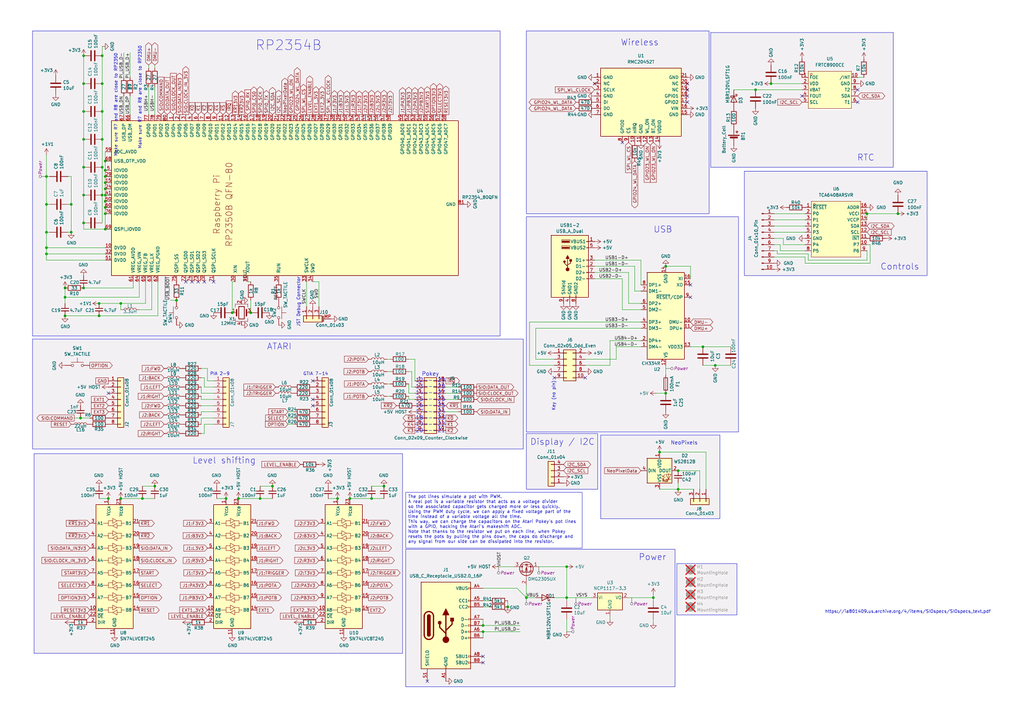
<source format=kicad_sch>
(kicad_sch (version 20250114) (generator "eeschema") (generator_version "9.0")
  (paper "A3")
  (title_block (title "DecentUSB2350") (date "2025-07-03") (rev "4"))
  (rectangle (start 13.335 12.7) (end 205.105 137.795) (fill (type color) (color 56 0 60 0.06)))
  (rectangle (start 291.465 13.335) (end 366.395 68.58) (fill (type color) (color 56 0 60 0.06)))
  (rectangle (start 246.38 178.435) (end 295.275 212.725) (fill (type color) (color 56 0 60 0.06)))
  (rectangle (start 215.9 12.7) (end 290.83 87.63) (fill (type color) (color 56 0 60 0.06)))
  (rectangle (start 215.9 177.8) (end 245.11 200.66) (fill (type color) (color 56 0 60 0.06)))
  (rectangle (start 215.9 88.9) (end 302.895 177.165) (fill (type color) (color 56 0 60 0.06)))
  (rectangle (start 277.622 231.14) (end 302.26 252.222) (fill (type color) (color 56 0 60 0.06)))
  (rectangle (start 166.37 225.298) (end 276.86 281.686) (fill (type color) (color 56 0 60 0.06)))
  (rectangle (start 13.97 186.055) (end 165.1 267.97) (fill (type color) (color 56 0 60 0.06)))
  (rectangle (start 13.335 139.065) (end 214.63 184.15) (fill (type color) (color 56 0 60 0.06)))
  (rectangle (start 305.308 70.231) (end 380.238 113.03) (fill (type color) (color 56 0 60 0.06)))
  (text "Display / I2C" (at 217.424 182.88 0) (effects (font (size 2.54 2.54)) (justify left bottom)))
  (text "Level shifting" (at 91.948 190.5 0) (effects (font (size 2.54 2.54)) (justify bottom)))
  (text "ATARI" (at 114.554 143.764 0) (effects (font (size 2.54 2.54)) (justify bottom)))
  (text "GTIA 7-14" (at 134.62 154.178 0) (effects (font (size 1.27 1.27)) (justify right bottom)))
  (text "PIA 2-9" (at 94.234 154.178 0) (effects (font (size 1.27 1.27)) (justify right bottom)))
  (text "Wireless" (at 262.382 19.05 0) (effects (font (size 2.54 2.54)) (justify bottom)))
  (text "https://ia801409.us.archive.org/4/items/SIOspecs/SIOspecs_text.pdf" (at 372.364 250.952 0) (effects (font (size 1.27 1.27))))
  (text "RTC" (at 355.092 66.294 0) (effects (font (size 2.54 2.54)) (justify bottom)))
  (text "Controls" (at 369.062 110.998 0) (effects (font (size 2.54 2.54)) (justify bottom)))
  (text "Make sure R7 and R8 are close to RP2350\n" (at 48.26 64.262 90) (effects (font (size 1.27 1.27)) (justify left bottom)))
  (text "Make sure R7 and R8 are close to RP2350\n" (at 58.166 61.214 90) (effects (font (size 1.27 1.27)) (justify left bottom)))
  (text "JST Debug Connector" (at 123.19 113.538 90) (effects (font (size 1.27 1.27)) (justify right bottom)))
  (text "Key (no pin)" (at 227.838 156.21 90) (effects (font (size 1.27 1.27)) (justify right bottom)))
  (text "Pokey\n12---29\n13---28\n14---27\n15---26\n16---25\n17---24\n18---23\n19---22\n20---21" (at 176.53 165.1 0) (effects (font (size 1.6 1.6))))
  (text "USB" (at 267.97 95.758 0) (effects (font (size 2.54 2.54)) (justify left bottom)))
  (text "NeoPixels" (at 275.082 182.626 0) (effects (font (size 1.5 1.5)) (justify left bottom)))
  (text "RP2354B" (at 104.648 21.082 0) (effects (font (size 4 4)) (justify left bottom)))
  (text "Power" (at 261.874 230.124 0) (effects (font (size 2.54 2.54)) (justify left bottom)))
  (text_box "The pot lines simulate a pot with PWM.\nA real pot is a variable resistor that acts as a voltage divider\nso the associated capacitor gets charged more or less quickly.\nUsing the PWM duty cycle, we can apply a fixed voltage part of the\ntime instead of a variable voltage all the time.\nThis way, we can charge the capacitors on the Atari Pokey's pot lines\nwith a GPIO, hacking the Atari's makeshift ADC.\nNote that thanks to the resistor we put on each line, when Pokey\nresets the pots by pulling the pins down, the caps do discharge and\nany signal from our side can be dissipated into the resistor." (at 166.37 201.93 0) (size 72.39 22.86) (margins 0.9525 0.9525 0.9525 0.9525) (effects (font (size 1.27 1.27)) (justify left top)))
  (junction (at 198.12 259.08))
  (junction (at 29.21 83.82))
  (junction (at 19.05 83.82))
  (junction (at 26.67 129.54))
  (junction (at 316.23 34.29))
  (junction (at 143.51 204.47))
  (junction (at 267.97 245.11))
  (junction (at 43.18 69.85))
  (junction (at 29.21 95.25))
  (junction (at 288.29 142.24))
  (junction (at 102.87 128.27))
  (junction (at 92.71 204.47))
  (junction (at 34.29 45.72))
  (junction (at 34.29 34.29))
  (junction (at 26.67 118.11))
  (junction (at 273.05 109.22))
  (junction (at 97.79 204.47))
  (junction (at 43.18 72.39))
  (junction (at 49.53 124.46))
  (junction (at 278.13 200.66))
  (junction (at 44.45 204.47))
  (junction (at 19.05 101.6))
  (junction (at 41.91 22.86))
  (junction (at 43.18 74.93))
  (junction (at 72.39 123.19))
  (junction (at 368.3 87.63))
  (junction (at 43.18 82.55))
  (junction (at 232.41 245.11))
  (junction (at 138.43 204.47))
  (junction (at 152.4 204.47))
  (junction (at 58.42 204.47))
  (junction (at 63.5 199.39))
  (junction (at 19.05 95.25))
  (junction (at 43.18 77.47))
  (junction (at 41.91 34.29))
  (junction (at 293.37 149.86))
  (junction (at 43.18 80.01))
  (junction (at 34.29 118.11))
  (junction (at 34.29 80.01))
  (junction (at 43.18 87.63))
  (junction (at 19.05 104.14))
  (junction (at 355.6 87.63))
  (junction (at 41.91 80.01))
  (junction (at 157.48 199.39))
  (junction (at 232.41 232.41))
  (junction (at 278.13 193.04))
  (junction (at 41.91 45.72))
  (junction (at 43.18 66.04))
  (junction (at 34.29 57.15))
  (junction (at 43.18 85.09))
  (junction (at 40.64 124.46))
  (junction (at 43.18 93.98))
  (junction (at 41.91 68.58))
  (junction (at 309.88 36.83))
  (junction (at 273.05 161.29))
  (junction (at 34.29 91.44))
  (junction (at 26.67 121.92))
  (junction (at 19.05 72.39))
  (junction (at 33.02 171.45))
  (junction (at 34.29 22.86))
  (junction (at 215.9 245.11))
  (junction (at 34.29 68.58))
  (junction (at 41.91 57.15))
  (junction (at 40.64 129.54))
  (junction (at 111.76 199.39))
  (junction (at 198.12 256.54))
  (junction (at 208.28 248.92))
  (junction (at 95.25 128.27))
  (junction (at 270.51 185.42))
  (junction (at 49.53 204.47))
  (junction (at 106.68 204.47))
  (no_connect (at 128.27 166.37))
  (no_connect (at 128.27 156.21))
  (no_connect (at 83.82 115.57))
  (no_connect (at 281.94 41.91))
  (no_connect (at 328.93 39.37))
  (no_connect (at 281.94 36.83))
  (no_connect (at 240.03 154.94))
  (no_connect (at 87.63 115.57))
  (no_connect (at 128.27 163.83))
  (no_connect (at 243.84 34.29))
  (no_connect (at 255.27 58.42))
  (no_connect (at 283.21 121.92))
  (no_connect (at 198.12 271.78))
  (no_connect (at 44.45 161.29))
  (no_connect (at 227.33 154.94))
  (no_connect (at 175.26 279.4))
  (no_connect (at 283.21 116.84))
  (no_connect (at 281.94 39.37))
  (no_connect (at 81.28 115.57))
  (no_connect (at 76.2 115.57))
  (no_connect (at 351.79 41.91))
  (no_connect (at 78.74 115.57))
  (no_connect (at 198.12 269.24))
  (no_connect (at 351.79 36.83))
  (no_connect (at 281.94 34.29))
  (wire (pts (xy 355.6 87.63) (xy 368.3 87.63)))
  (wire (pts (xy 317.5 102.87) (xy 318.77 102.87)))
  (wire (pts (xy 198.12 259.08) (xy 198.12 261.62)))
  (wire (pts (xy 45.72 93.98) (xy 43.18 93.98)))
  (wire (pts (xy 288.29 149.86) (xy 293.37 149.86)))
  (wire (pts (xy 270.51 185.42) (xy 289.56 185.42)))
  (wire (pts (xy 57.15 121.92) (xy 26.67 121.92)))
  (wire (pts (xy 59.69 124.46) (xy 49.53 124.46)))
  (wire (pts (xy 59.69 115.57) (xy 59.69 124.46)))
  (wire (pts (xy 82.55 161.29) (xy 87.63 161.29)))
  (wire (pts (xy 316.23 34.29) (xy 328.93 34.29)))
  (wire (pts (xy 41.91 34.29) (xy 41.91 22.86)))
  (wire (pts (xy 167.64 161.29) (xy 167.64 157.48)))
  (wire (pts (xy 43.18 106.68) (xy 19.05 106.68)))
  (wire (pts (xy 43.18 104.14) (xy 19.05 104.14)))
  (wire (pts (xy 43.18 72.39) (xy 43.18 74.93)))
  (wire (pts (xy 356.87 107.95) (xy 330.2 107.95)))
  (wire (pts (xy 215.9 240.03) (xy 215.9 245.11)))
  (wire (pts (xy 43.18 93.98) (xy 43.18 87.63)))
  (wire (pts (xy 212.09 241.3) (xy 215.9 245.11)))
  (wire (pts (xy 317.5 90.17) (xy 330.2 90.17)))
  (wire (pts (xy 255.27 114.3) (xy 255.27 127)))
  (wire (pts (xy 41.91 68.58) (xy 41.91 57.15)))
  (wire (pts (xy 182.88 163.83) (xy 187.96 163.83)))
  (wire (pts (xy 34.29 45.72) (xy 34.29 34.29)))
  (wire (pts (xy 170.18 147.32) (xy 167.64 147.32)))
  (wire (pts (xy 20.32 72.39) (xy 19.05 72.39)))
  (wire (pts (xy 317.5 87.63) (xy 330.2 87.63)))
  (wire (pts (xy 240.03 149.86) (xy 250.19 149.86)))
  (wire (pts (xy 27.94 95.25) (xy 29.21 95.25)))
  (wire (pts (xy 287.02 193.04) (xy 287.02 200.66)))
  (wire (pts (xy 232.41 246.38) (xy 232.41 245.11)))
  (wire (pts (xy 198.12 256.54) (xy 213.36 256.54)))
  (wire (pts (xy 43.18 87.63) (xy 43.18 85.09)))
  (wire (pts (xy 118.11 173.99) (xy 120.65 173.99)))
  (wire (pts (xy 252.73 147.32) (xy 252.73 142.24)))
  (wire (pts (xy 262.89 127) (xy 255.27 127)))
  (wire (pts (xy 43.18 101.6) (xy 19.05 101.6)))
  (wire (pts (xy 58.42 204.47) (xy 63.5 204.47)))
  (wire (pts (xy 158.75 152.4) (xy 160.02 152.4)))
  (wire (pts (xy 34.29 93.98) (xy 43.18 93.98)))
  (wire (pts (xy 53.34 31.75) (xy 53.34 21.59)))
  (wire (pts (xy 217.17 132.08) (xy 217.17 149.86)))
  (wire (pts (xy 270.51 200.66) (xy 278.13 200.66)))
  (wire (pts (xy 158.75 157.48) (xy 160.02 157.48)))
  (wire (pts (xy 182.88 161.29) (xy 187.96 161.29)))
  (wire (pts (xy 219.71 147.32) (xy 227.33 147.32)))
  (wire (pts (xy 60.96 27.94) (xy 60.96 26.67)))
  (wire (pts (xy 219.71 134.62) (xy 262.89 134.62)))
  (wire (pts (xy 64.77 115.57) (xy 64.77 129.54)))
  (wire (pts (xy 95.25 128.27) (xy 95.25 115.57)))
  (wire (pts (xy 62.23 127) (xy 62.23 115.57)))
  (wire (pts (xy 106.68 204.47) (xy 111.76 204.47)))
  (wire (pts (xy 232.41 254) (xy 232.41 259.08)))
  (wire (pts (xy 284.48 200.66) (xy 278.13 200.66)))
  (wire (pts (xy 198.12 248.92) (xy 200.66 248.92)))
  (wire (pts (xy 30.48 171.45) (xy 33.02 171.45)))
  (wire (pts (xy 208.28 246.38) (xy 208.28 248.92)))
  (wire (pts (xy 49.53 124.46) (xy 40.64 124.46)))
  (wire (pts (xy 318.77 104.14) (xy 331.47 104.14)))
  (wire (pts (xy 82.55 177.8) (xy 83.82 177.8)))
  (wire (pts (xy 83.82 158.75) (xy 87.63 158.75)))
  (wire (pts (xy 43.18 66.04) (xy 43.18 69.85)))
  (wire (pts (xy 43.18 80.01) (xy 43.18 82.55)))
  (wire (pts (xy 355.6 100.33) (xy 356.87 100.33)))
  (wire (pts (xy 82.55 162.56) (xy 82.55 163.83)))
  (wire (pts (xy 243.84 114.3) (xy 255.27 114.3)))
  (wire (pts (xy 69.85 123.19) (xy 72.39 123.19)))
  (wire (pts (xy 54.61 118.11) (xy 34.29 118.11)))
  (wire (pts (xy 331.47 106.68) (xy 355.6 106.68)))
  (wire (pts (xy 330.2 107.95) (xy 330.2 105.41)))
  (wire (pts (xy 34.29 91.44) (xy 34.29 80.01)))
  (wire (pts (xy 262.89 106.68) (xy 262.89 116.84)))
  (wire (pts (xy 269.24 161.29) (xy 273.05 161.29)))
  (wire (pts (xy 49.53 204.47) (xy 58.42 204.47)))
  (wire (pts (xy 227.33 245.11) (xy 232.41 245.11)))
  (wire (pts (xy 288.29 142.24) (xy 299.72 142.24)))
  (wire (pts (xy 260.35 119.38) (xy 262.89 119.38)))
  (wire (pts (xy 283.21 109.22) (xy 273.05 109.22)))
  (wire (pts (xy 260.35 109.22) (xy 243.84 109.22)))
  (wire (pts (xy 82.55 163.83) (xy 87.63 163.83)))
  (wire (pts (xy 63.5 46.99) (xy 63.5 35.56)))
  (wire (pts (xy 97.79 204.47) (xy 106.68 204.47)))
  (wire (pts (xy 19.05 95.25) (xy 19.05 83.82)))
  (wire (pts (xy 355.6 87.63) (xy 355.6 90.17)))
  (wire (pts (xy 219.71 134.62) (xy 219.71 147.32)))
  (wire (pts (xy 143.51 204.47) (xy 152.4 204.47)))
  (wire (pts (xy 82.55 158.75) (xy 82.55 161.29)))
  (wire (pts (xy 82.55 166.37) (xy 87.63 166.37)))
  (wire (pts (xy 82.55 170.18) (xy 82.55 168.91)))
  (wire (pts (xy 83.82 154.94) (xy 83.82 158.75)))
  (wire (pts (xy 250.19 149.86) (xy 250.19 139.7)))
  (wire (pts (xy 220.98 232.41) (xy 232.41 232.41)))
  (wire (pts (xy 243.84 106.68) (xy 262.89 106.68)))
  (wire (pts (xy 168.91 152.4) (xy 167.64 152.4)))
  (wire (pts (xy 29.21 72.39) (xy 27.94 72.39)))
  (wire (pts (xy 82.55 154.94) (xy 83.82 154.94)))
  (wire (pts (xy 283.21 142.24) (xy 288.29 142.24)))
  (wire (pts (xy 240.03 147.32) (xy 252.73 147.32)))
  (wire (pts (xy 19.05 106.68) (xy 19.05 104.14)))
  (wire (pts (xy 118.11 171.45) (xy 120.65 171.45)))
  (wire (pts (xy 330.2 102.87) (xy 320.04 102.87)))
  (wire (pts (xy 300.99 36.83) (xy 309.88 36.83)))
  (wire (pts (xy 58.42 199.39) (xy 63.5 199.39)))
  (wire (pts (xy 257.81 245.11) (xy 267.97 245.11)))
  (wire (pts (xy 102.87 123.19) (xy 102.87 128.27)))
  (wire (pts (xy 257.81 111.76) (xy 257.81 124.46)))
  (wire (pts (xy 198.12 254) (xy 198.12 256.54)))
  (wire (pts (xy 20.32 95.25) (xy 19.05 95.25)))
  (wire (pts (xy 198.12 246.38) (xy 200.66 246.38)))
  (wire (pts (xy 170.18 156.21) (xy 170.18 147.32)))
  (wire (pts (xy 19.05 83.82) (xy 19.05 72.39)))
  (wire (pts (xy 278.13 200.66) (xy 278.13 198.12)))
  (wire (pts (xy 54.61 115.57) (xy 54.61 118.11)))
  (wire (pts (xy 134.62 204.47) (xy 138.43 204.47)))
  (wire (pts (xy 170.18 161.29) (xy 167.64 161.29)))
  (wire (pts (xy 170.18 158.75) (xy 168.91 158.75)))
  (wire (pts (xy 278.13 193.04) (xy 287.02 193.04)))
  (wire (pts (xy 19.05 104.14) (xy 19.05 101.6)))
  (wire (pts (xy 34.29 68.58) (xy 34.29 57.15)))
  (wire (pts (xy 283.21 114.3) (xy 283.21 109.22)))
  (wire (pts (xy 330.2 100.33) (xy 321.31 100.33)))
  (wire (pts (xy 217.17 132.08) (xy 262.89 132.08)))
  (wire (pts (xy 320.04 102.87) (xy 320.04 100.33)))
  (wire (pts (xy 82.55 168.91) (xy 87.63 168.91)))
  (wire (pts (xy 293.37 149.86) (xy 299.72 149.86)))
  (wire (pts (xy 82.55 151.13) (xy 85.09 151.13)))
  (wire (pts (xy 198.12 259.08) (xy 213.36 259.08)))
  (wire (pts (xy 318.77 102.87) (xy 318.77 104.14)))
  (wire (pts (xy 267.97 245.11) (xy 267.97 243.84)))
  (wire (pts (xy 40.64 129.54) (xy 26.67 129.54)))
  (wire (pts (xy 43.18 85.09) (xy 43.18 82.55)))
  (wire (pts (xy 267.97 246.38) (xy 267.97 245.11)))
  (wire (pts (xy 250.19 139.7) (xy 262.89 139.7)))
  (wire (pts (xy 152.4 199.39) (xy 157.48 199.39)))
  (wire (pts (xy 82.55 171.45) (xy 87.63 171.45)))
  (wire (pts (xy 26.67 118.11) (xy 26.67 121.92)))
  (wire (pts (xy 43.18 74.93) (xy 43.18 77.47)))
  (wire (pts (xy 64.77 129.54) (xy 40.64 129.54)))
  (wire (pts (xy 60.96 46.99) (xy 60.96 35.56)))
  (wire (pts (xy 158.75 162.56) (xy 160.02 162.56)))
  (wire (pts (xy 57.15 115.57) (xy 57.15 121.92)))
  (wire (pts (xy 53.34 39.37) (xy 53.34 46.99)))
  (wire (pts (xy 130.81 125.73) (xy 130.81 115.57)))
  (wire (pts (xy 95.25 115.57) (xy 96.52 115.57)))
  (wire (pts (xy 289.56 185.42) (xy 289.56 200.66)))
  (wire (pts (xy 351.79 31.75) (xy 354.33 31.75)))
  (wire (pts (xy 182.88 158.75) (xy 187.96 158.75)))
  (wire (pts (xy 317.5 95.25) (xy 330.2 95.25)))
  (wire (pts (xy 125.73 125.73) (xy 125.73 115.57)))
  (wire (pts (xy 33.02 171.45) (xy 36.83 171.45)))
  (wire (pts (xy 82.55 173.99) (xy 82.55 171.45)))
  (wire (pts (xy 43.18 77.47) (xy 43.18 80.01)))
  (wire (pts (xy 20.32 83.82) (xy 19.05 83.82)))
  (wire (pts (xy 321.31 100.33) (xy 321.31 97.79)))
  (wire (pts (xy 29.21 95.25) (xy 29.21 83.82)))
  (wire (pts (xy 331.47 104.14) (xy 331.47 106.68)))
  (wire (pts (xy 40.64 204.47) (xy 44.45 204.47)))
  (wire (pts (xy 41.91 45.72) (xy 41.91 34.29)))
  (wire (pts (xy 88.9 204.47) (xy 92.71 204.47)))
  (wire (pts (xy 34.29 57.15) (xy 34.29 45.72)))
  (wire (pts (xy 250.19 252.73) (xy 250.19 254)))
  (wire (pts (xy 50.8 31.75) (xy 50.8 21.59)))
  (wire (pts (xy 41.91 91.44) (xy 41.91 80.01)))
  (wire (pts (xy 152.4 204.47) (xy 157.48 204.47)))
  (wire (pts (xy 49.53 124.46) (xy 49.53 127)))
  (wire (pts (xy 83.82 173.99) (xy 87.63 173.99)))
  (wire (pts (xy 130.81 115.57) (xy 128.27 115.57)))
  (wire (pts (xy 260.35 119.38) (xy 260.35 109.22)))
  (wire (pts (xy 57.15 127) (xy 62.23 127)))
  (wire (pts (xy 106.68 199.39) (xy 111.76 199.39)))
  (wire (pts (xy 330.2 105.41) (xy 317.5 105.41)))
  (wire (pts (xy 50.8 46.99) (xy 50.8 39.37)))
  (wire (pts (xy 43.18 69.85) (xy 43.18 72.39)))
  (wire (pts (xy 267.97 254) (xy 267.97 255.27)))
  (wire (pts (xy 83.82 177.8) (xy 83.82 173.99)))
  (wire (pts (xy 85.09 156.21) (xy 87.63 156.21)))
  (wire (pts (xy 158.75 147.32) (xy 160.02 147.32)))
  (wire (pts (xy 29.21 83.82) (xy 29.21 72.39)))
  (wire (pts (xy 118.11 168.91) (xy 120.65 168.91)))
  (wire (pts (xy 198.12 241.3) (xy 212.09 241.3)))
  (wire (pts (xy 309.88 36.83) (xy 328.93 36.83)))
  (wire (pts (xy 41.91 80.01) (xy 41.91 68.58)))
  (wire (pts (xy 320.04 100.33) (xy 317.5 100.33)))
  (wire (pts (xy 252.73 142.24) (xy 262.89 142.24)))
  (wire (pts (xy 63.5 27.94) (xy 63.5 26.67)))
  (wire (pts (xy 217.17 149.86) (xy 227.33 149.86)))
  (wire (pts (xy 321.31 97.79) (xy 317.5 97.79)))
  (wire (pts (xy 34.29 91.44) (xy 34.29 93.98)))
  (wire (pts (xy 232.41 232.41) (xy 232.41 245.11)))
  (wire (pts (xy 355.6 106.68) (xy 355.6 102.87)))
  (wire (pts (xy 182.88 168.91) (xy 187.96 168.91)))
  (wire (pts (xy 167.64 163.83) (xy 170.18 163.83)))
  (wire (pts (xy 85.09 151.13) (xy 85.09 156.21)))
  (wire (pts (xy 19.05 101.6) (xy 19.05 95.25)))
  (wire (pts (xy 41.91 57.15) (xy 41.91 45.72)))
  (wire (pts (xy 257.81 124.46) (xy 262.89 124.46)))
  (wire (pts (xy 168.91 158.75) (xy 168.91 152.4)))
  (wire (pts (xy 26.67 121.92) (xy 26.67 124.46)))
  (wire (pts (xy 204.47 232.41) (xy 210.82 232.41)))
  (wire (pts (xy 43.18 62.23) (xy 43.18 66.04)))
  (wire (pts (xy 317.5 92.71) (xy 330.2 92.71)))
  (wire (pts (xy 27.94 83.82) (xy 29.21 83.82)))
  (wire (pts (xy 215.9 245.11) (xy 219.71 245.11)))
  (wire (pts (xy 242.57 245.11) (xy 232.41 245.11)))
  (wire (pts (xy 167.64 162.56) (xy 167.64 163.83)))
  (wire (pts (xy 356.87 100.33) (xy 356.87 107.95)))
  (wire (pts (xy 41.91 22.86) (xy 41.91 19.05)))
  (wire (pts (xy 19.05 63.5) (xy 19.05 72.39)))
  (wire (pts (xy 34.29 34.29) (xy 34.29 22.86)))
  (wire (pts (xy 243.84 111.76) (xy 257.81 111.76)))
  (wire (pts (xy 34.29 80.01) (xy 34.29 68.58)))
  (wire (pts (xy 273.05 149.86) (xy 273.05 153.67)))
  (wire (pts (xy 102.87 115.57) (xy 101.6 115.57)))
  (label "SWCLK" (at 125.73 118.364 270))
  (label "USBH-" (at 63.5 45.72 90))
  (label "PI_USB_D-" (at 213.36 259.08 180))
  (label "XOUT" (at 101.6 115.57 90))
  (label "USB2-D-" (at 255.27 114.3 180))
  (label "PI_USB_D+" (at 213.36 256.54 180))
  (label "USBH+" (at 60.96 45.72 90))
  (label "USB_DP" (at 53.34 39.37 270))
  (label "PI_USB_D-" (at 50.8 21.59 270))
  (label "VHOST" (at 205.74 232.41 90))
  (label "USB3-D-" (at 257.81 134.62 180))
  (label "USB1-D-" (at 257.81 109.22 180))
  (label "USB2-D+" (at 255.27 111.76 180))
  (label "RESET" (at 114.3 123.19 90))
  (label "USB_DN" (at 50.8 39.37 270))
  (label "~{USB_BOOT}" (at 69.85 123.19 90))
  (label "VSYS" (at 236.22 245.11 0))
  (label "VBUS" (at 215.9 245.11 0))
  (label "USB1-D+" (at 257.81 106.68 180))
  (label "PI_USB_D+" (at 53.34 21.59 270))
  (label "SWD" (at 130.81 118.364 270))
  (label "USB3-D+" (at 257.81 132.08 180))
  (label "USB4-D-" (at 261.62 142.24 180))
  (label "USB4-D+" (at 261.62 139.7 180))
  (global_label "J1:POTB" (shape output) (at 105.41 245.11 0) (property "Intersheetrefs" "${INTERSHEET_REFS}" (effects (hide yes))))
  (global_label "J1:T3V3" (shape output) (at 147.32 46.99 90) (property "Intersheetrefs" "${INTERSHEET_REFS}" (effects (hide yes))))
  (global_label "NeoPixelData" (shape output) (at 116.84 46.99 90) (property "Intersheetrefs" "${INTERSHEET_REFS}" (effects (hide yes))))
  (global_label "GPIO23_WL_ON" (shape input) (at 267.97 58.42 270) (property "Intersheetrefs" "${INTERSHEET_REFS}" (effects (hide yes))))
  (global_label "GPIO23_WL_ON" (shape input) (at 265.43 58.42 270) (property "Intersheetrefs" "${INTERSHEET_REFS}" (effects (hide yes))))
  (global_label "SIO:CLOCK_IN" (shape input) (at 195.58 163.83 0) (property "Intersheetrefs" "${INTERSHEET_REFS}" (effects (hide yes))))
  (global_label "J1:R3V3" (shape output) (at 144.78 46.99 90) (property "Intersheetrefs" "${INTERSHEET_REFS}" (effects (hide yes))))
  (global_label "RESET3V3" (shape input) (at 36.83 250.19 180) (property "Intersheetrefs" "${INTERSHEET_REFS}" (effects (hide yes))))
  (global_label "SPI_WL_CS" (shape input) (at 257.81 58.42 270) (property "Intersheetrefs" "${INTERSHEET_REFS}" (effects (hide yes))))
  (global_label "START3V3" (shape output) (at 175.26 46.99 90) (property "Intersheetrefs" "${INTERSHEET_REFS}" (effects (hide yes))))
  (global_label "J1:POTA" (shape input) (at 151.13 157.48 180) (property "Intersheetrefs" "${INTERSHEET_REFS}" (effects (hide yes))))
  (global_label "J1:T3V3" (shape input) (at 85.09 234.95 180) (property "Intersheetrefs" "${INTERSHEET_REFS}" (effects (hide yes))))
  (global_label "OPTION" (shape output) (at 57.15 245.11 0) (property "Intersheetrefs" "${INTERSHEET_REFS}" (effects (hide yes))))
  (global_label "NeoPixelData" (shape input) (at 262.89 193.04 180) (property "Intersheetrefs" "${INTERSHEET_REFS}" (effects (hide yes))))
  (global_label "RESET3V3" (shape output) (at 182.88 46.99 90) (property "Intersheetrefs" "${INTERSHEET_REFS}" (effects (hide yes))))
  (global_label "START" (shape output) (at 57.15 234.95 0) (property "Intersheetrefs" "${INTERSHEET_REFS}" (effects (hide yes))))
  (global_label "J2:PA3V3" (shape input) (at 130.81 240.03 180) (property "Intersheetrefs" "${INTERSHEET_REFS}" (effects (hide yes))))
  (global_label "J1:POTB" (shape input) (at 151.13 162.56 180) (property "Intersheetrefs" "${INTERSHEET_REFS}" (effects (hide yes))))
  (global_label "SPI0_RX" (shape input) (at 101.6 46.99 90) (property "Intersheetrefs" "${INTERSHEET_REFS}" (effects (hide yes))))
  (global_label "SPI0_SCK" (shape output) (at 106.68 46.99 90) (property "Intersheetrefs" "${INTERSHEET_REFS}" (effects (hide yes))))
  (global_label "~{KR2}3V3" (shape output) (at 99.06 46.99 90) (property "Intersheetrefs" "${INTERSHEET_REFS}" (effects (hide yes))))
  (global_label "J1:F3V3" (shape output) (at 137.16 46.99 90) (property "Intersheetrefs" "${INTERSHEET_REFS}" (effects (hide yes))))
  (global_label "J2:PB3V3" (shape input) (at 130.81 245.11 180) (property "Intersheetrefs" "${INTERSHEET_REFS}" (effects (hide yes))))
  (global_label "SIO:COMMAND" (shape output) (at 30.48 171.45 180) (property "Intersheetrefs" "${INTERSHEET_REFS}" (effects (hide yes))))
  (global_label "I2C_SCL" (shape input) (at 231.14 193.04 0) (property "Intersheetrefs" "${INTERSHEET_REFS}" (effects (hide yes))))
  (global_label "J1:B3V3" (shape output) (at 139.7 46.99 90) (property "Intersheetrefs" "${INTERSHEET_REFS}" (effects (hide yes))))
  (global_label "~{KR1}" (shape input) (at 182.88 166.37 0) (property "Intersheetrefs" "${INTERSHEET_REFS}" (effects (hide yes))))
  (global_label "SELECT" (shape input) (at 118.11 171.45 180) (property "Intersheetrefs" "${INTERSHEET_REFS}" (effects (hide yes))))
  (global_label "~{K5}" (shape input) (at 91.44 46.99 90) (property "Intersheetrefs" "${INTERSHEET_REFS}" (effects (hide yes))))
  (global_label "LEVEL_ENABLE" (shape input) (at 36.83 252.73 180) (property "Intersheetrefs" "${INTERSHEET_REFS}" (effects (hide yes))))
  (global_label "I2C_SCL" (shape input) (at 355.6 95.25 0) (property "Intersheetrefs" "${INTERSHEET_REFS}" (effects (hide yes))))
  (global_label "J2:LEFT" (shape output) (at 151.13 224.79 0) (property "Intersheetrefs" "${INTERSHEET_REFS}" (effects (hide yes))))
  (global_label "I2C_SCL" (shape output) (at 114.3 46.99 90) (property "Intersheetrefs" "${INTERSHEET_REFS}" (effects (hide yes))))
  (global_label "J2:RIGHT" (shape input) (at 67.31 177.8 180) (property "Intersheetrefs" "${INTERSHEET_REFS}" (effects (hide yes))))
  (global_label "J1:BACK" (shape output) (at 105.41 219.71 0) (property "Intersheetrefs" "${INTERSHEET_REFS}" (effects (hide yes))))
  (global_label "LEVEL_ENABLE" (shape input) (at 123.19 190.5 180) (property "Intersheetrefs" "${INTERSHEET_REFS}" (effects (hide yes))))
  (global_label "J1:L3V3" (shape output) (at 142.24 46.99 90) (property "Intersheetrefs" "${INTERSHEET_REFS}" (effects (hide yes))))
  (global_label "J2:PA3V3" (shape output) (at 170.18 46.99 90) (property "Intersheetrefs" "${INTERSHEET_REFS}" (effects (hide yes))))
  (global_label "SELECT3V3" (shape input) (at 36.83 240.03 180) (property "Intersheetrefs" "${INTERSHEET_REFS}" (effects (hide yes))))
  (global_label "J1:TRIGGER" (shape input) (at 113.03 158.75 180) (property "Intersheetrefs" "${INTERSHEET_REFS}" (effects (hide yes))))
  (global_label "SIO:COMMAND" (shape input) (at 66.04 46.99 90) (property "Intersheetrefs" "${INTERSHEET_REFS}" (effects (hide yes))))
  (global_label "GPIO24_WL_DATA" (shape bidirectional) (at 236.22 41.91 180) (property "Intersheetrefs" "${INTERSHEET_REFS}" (effects (hide yes))))
  (global_label "EXT1_3V3" (shape input) (at 85.09 250.19 180) (property "Intersheetrefs" "${INTERSHEET_REFS}" (effects (hide yes))))
  (global_label "J1:PA3V3" (shape input) (at 85.09 240.03 180) (property "Intersheetrefs" "${INTERSHEET_REFS}" (effects (hide yes))))
  (global_label "SIO:DATA_IN" (shape input) (at 195.58 168.91 0) (property "Intersheetrefs" "${INTERSHEET_REFS}" (effects (hide yes))))
  (global_label "J1:RIGHT" (shape input) (at 67.31 162.56 180) (property "Intersheetrefs" "${INTERSHEET_REFS}" (effects (hide yes))))
  (global_label "GND" (shape passive) (at 44.45 156.21 180) (property "Intersheetrefs" "${INTERSHEET_REFS}" (effects (hide yes))))
  (global_label "~{KR2}" (shape input) (at 162.56 166.37 180) (property "Intersheetrefs" "${INTERSHEET_REFS}" (effects (hide yes))))
  (global_label "~{KR1}3V3" (shape input) (at 36.83 214.63 180) (property "Intersheetrefs" "${INTERSHEET_REFS}" (effects (hide yes))))
  (global_label "J2:LEFT" (shape input) (at 67.31 173.99 180) (property "Intersheetrefs" "${INTERSHEET_REFS}" (effects (hide yes))))
  (global_label "SIO:CLOCK_IN" (shape output) (at 57.15 229.87 0) (property "Intersheetrefs" "${INTERSHEET_REFS}" (effects (hide yes))))
  (global_label "~{KR1}" (shape output) (at 57.15 214.63 0) (property "Intersheetrefs" "${INTERSHEET_REFS}" (effects (hide yes))))
  (global_label "J2:B3V3" (shape output) (at 152.4 46.99 90) (property "Intersheetrefs" "${INTERSHEET_REFS}" (effects (hide yes))))
  (global_label "J1:PB3V3" (shape output) (at 167.64 46.99 90) (property "Intersheetrefs" "${INTERSHEET_REFS}" (effects (hide yes))))
  (global_label "SIO:DATA_IN3V3" (shape output) (at 73.66 46.99 90) (property "Intersheetrefs" "${INTERSHEET_REFS}" (effects (hide yes))))
  (global_label "J2:BACK" (shape output) (at 151.13 219.71 0) (property "Intersheetrefs" "${INTERSHEET_REFS}" (effects (hide yes))))
  (global_label "J2:FWD" (shape output) (at 151.13 214.63 0) (property "Intersheetrefs" "${INTERSHEET_REFS}" (effects (hide yes))))
  (global_label "EXT2" (shape output) (at 151.13 250.19 0) (property "Intersheetrefs" "${INTERSHEET_REFS}" (effects (hide yes))))
  (global_label "SIO:CLOCK_OUT" (shape output) (at 195.58 161.29 0) (property "Intersheetrefs" "${INTERSHEET_REFS}" (effects (hide yes))))
  (global_label "J1:B3V3" (shape input) (at 85.09 219.71 180) (property "Intersheetrefs" "${INTERSHEET_REFS}" (effects (hide yes))))
  (global_label "~{KR1}3V3" (shape output) (at 96.52 46.99 90) (property "Intersheetrefs" "${INTERSHEET_REFS}" (effects (hide yes))))
  (global_label "EXT2" (shape input) (at 44.45 166.37 180) (property "Intersheetrefs" "${INTERSHEET_REFS}" (effects (hide yes))))
  (global_label "J2:T3V3" (shape input) (at 130.81 234.95 180) (property "Intersheetrefs" "${INTERSHEET_REFS}" (effects (hide yes))))
  (global_label "SPI0_CS0" (shape output) (at 104.14 46.99 90) (property "Intersheetrefs" "${INTERSHEET_REFS}" (effects (hide yes))))
  (global_label "EXT3" (shape input) (at 44.45 168.91 180) (property "Intersheetrefs" "${INTERSHEET_REFS}" (effects (hide yes))))
  (global_label "OPTION3V3" (shape output) (at 177.8 46.99 90) (property "Intersheetrefs" "${INTERSHEET_REFS}" (effects (hide yes))))
  (global_label "RESET" (shape input) (at 29.21 173.99 180) (property "Intersheetrefs" "${INTERSHEET_REFS}" (effects (hide yes))))
  (global_label "J2:R3V3" (shape output) (at 157.48 46.99 90) (property "Intersheetrefs" "${INTERSHEET_REFS}" (effects (hide yes))))
  (global_label "SIO:CLOCK_IN_3V3" (shape output) (at 76.2 46.99 90) (property "Intersheetrefs" "${INTERSHEET_REFS}" (effects (hide yes))))
  (global_label "J1:R3V3" (shape input) (at 85.09 229.87 180) (property "Intersheetrefs" "${INTERSHEET_REFS}" (effects (hide yes))))
  (global_label "J2:POTB" (shape output) (at 151.13 245.11 0) (property "Intersheetrefs" "${INTERSHEET_REFS}" (effects (hide yes))))
  (global_label "DMU+" (shape tri_state) (at 283.21 134.62 0) (property "Intersheetrefs" "${INTERSHEET_REFS}" (effects (hide yes))))
  (global_label "I2C_SDA" (shape tri_state) (at 111.76 46.99 90) (property "Intersheetrefs" "${INTERSHEET_REFS}" (effects (hide yes))))
  (global_label "I2C_SDA" (shape tri_state) (at 355.6 92.71 0) (property "Intersheetrefs" "${INTERSHEET_REFS}" (effects (hide yes))))
  (global_label "J1:F3V3" (shape input) (at 85.09 214.63 180) (property "Intersheetrefs" "${INTERSHEET_REFS}" (effects (hide yes))))
  (global_label "J2:POTA" (shape output) (at 151.13 240.03 0) (property "Intersheetrefs" "${INTERSHEET_REFS}" (effects (hide yes))))
  (global_label "J2:L3V3" (shape input) (at 130.81 224.79 180) (property "Intersheetrefs" "${INTERSHEET_REFS}" (effects (hide yes))))
  (global_label "~{K4}" (shape output) (at 170.18 173.99 180) (property "Intersheetrefs" "${INTERSHEET_REFS}" (effects (hide yes))))
  (global_label "J2:PB3V3" (shape output) (at 172.72 46.99 90) (property "Intersheetrefs" "${INTERSHEET_REFS}" (effects (hide yes))))
  (global_label "J1:LEFT" (shape output) (at 105.41 224.79 0) (property "Intersheetrefs" "${INTERSHEET_REFS}" (effects (hide yes))))
  (global_label "SIO:DATA_OUT" (shape output) (at 195.58 158.75 0) (property "Intersheetrefs" "${INTERSHEET_REFS}" (effects (hide yes))))
  (global_label "DMU-" (shape tri_state) (at 63.5 26.67 90) (property "Intersheetrefs" "${INTERSHEET_REFS}" (effects (hide yes))))
  (global_label "J2:L3V3" (shape output) (at 154.94 46.99 90) (property "Intersheetrefs" "${INTERSHEET_REFS}" (effects (hide yes))))
  (global_label "J2:R3V3" (shape input) (at 130.81 229.87 180) (property "Intersheetrefs" "${INTERSHEET_REFS}" (effects (hide yes))))
  (global_label "SIO:CLOCK_OUT" (shape input) (at 71.12 46.99 90) (property "Intersheetrefs" "${INTERSHEET_REFS}" (effects (hide yes))))
  (global_label "GPIO24_WL_DATA" (shape bidirectional) (at 236.22 44.45 180) (property "Intersheetrefs" "${INTERSHEET_REFS}" (effects (hide yes))))
  (global_label "SELECT3V3" (shape output) (at 180.34 46.99 90) (property "Intersheetrefs" "${INTERSHEET_REFS}" (effects (hide yes))))
  (global_label "START" (shape input) (at 118.11 168.91 180) (property "Intersheetrefs" "${INTERSHEET_REFS}" (effects (hide yes))))
  (global_label "J1:L3V3" (shape input) (at 85.09 224.79 180) (property "Intersheetrefs" "${INTERSHEET_REFS}" (effects (hide yes))))
  (global_label "~{IRQ}" (shape input) (at 93.98 46.99 90) (property "Intersheetrefs" "${INTERSHEET_REFS}" (effects (hide yes))))
  (global_label "~{K0}" (shape input) (at 78.74 46.99 90) (property "Intersheetrefs" "${INTERSHEET_REFS}" (effects (hide yes))))
  (global_label "LEVEL_ENABLE" (shape output) (at 127 46.99 90) (property "Intersheetrefs" "${INTERSHEET_REFS}" (effects (hide yes))))
  (global_label "J1:PB3V3" (shape input) (at 85.09 245.11 180) (property "Intersheetrefs" "${INTERSHEET_REFS}" (effects (hide yes))))
  (global_label "J1:FWD" (shape output) (at 105.41 214.63 0) (property "Intersheetrefs" "${INTERSHEET_REFS}" (effects (hide yes))))
  (global_label "~{K2}" (shape input) (at 83.82 46.99 90) (property "Intersheetrefs" "${INTERSHEET_REFS}" (effects (hide yes))))
  (global_label "OPTION" (shape output) (at 36.83 149.86 0) (property "Intersheetrefs" "${INTERSHEET_REFS}" (effects (hide yes))))
  (global_label "GPIO23_WL_ON" (shape output) (at 119.38 46.99 90) (property "Intersheetrefs" "${INTERSHEET_REFS}" (effects (hide yes))))
  (global_label "~{K3}" (shape output) (at 170.18 176.53 180) (property "Intersheetrefs" "${INTERSHEET_REFS}" (effects (hide yes))))
  (global_label "START3V3" (shape input) (at 36.83 234.95 180) (property "Intersheetrefs" "${INTERSHEET_REFS}" (effects (hide yes))))
  (global_label "J1:RIGHT" (shape output) (at 105.41 229.87 0) (property "Intersheetrefs" "${INTERSHEET_REFS}" (effects (hide yes))))
  (global_label "J1:TRIGGER" (shape output) (at 105.41 234.95 0) (property "Intersheetrefs" "${INTERSHEET_REFS}" (effects (hide yes))))
  (global_label "SIO:CLOCK_IN_3V3" (shape input) (at 36.83 229.87 180) (property "Intersheetrefs" "${INTERSHEET_REFS}" (effects (hide yes))))
  (global_label "EXT1_3V3" (shape output) (at 129.54 46.99 90) (property "Intersheetrefs" "${INTERSHEET_REFS}" (effects (hide yes))))
  (global_label "J2:T3V3" (shape output) (at 160.02 46.99 90) (property "Intersheetrefs" "${INTERSHEET_REFS}" (effects (hide yes))))
  (global_label "~{KR2}" (shape output) (at 57.15 219.71 0) (property "Intersheetrefs" "${INTERSHEET_REFS}" (effects (hide yes))))
  (global_label "EXT1" (shape output) (at 105.41 250.19 0) (property "Intersheetrefs" "${INTERSHEET_REFS}" (effects (hide yes))))
  (global_label "I2C_SCL" (shape input) (at 328.93 41.91 180) (property "Intersheetrefs" "${INTERSHEET_REFS}" (effects (hide yes))))
  (global_label "~{K0}" (shape output) (at 182.88 171.45 0) (property "Intersheetrefs" "${INTERSHEET_REFS}" (effects (hide yes))))
  (global_label "J2:TRIGGER" (shape input) (at 113.03 161.29 180) (property "Intersheetrefs" "${INTERSHEET_REFS}" (effects (hide yes))))
  (global_label "J2:BACK" (shape input) (at 67.31 170.18 180) (property "Intersheetrefs" "${INTERSHEET_REFS}" (effects (hide yes))))
  (global_label "~{K1}" (shape input) (at 81.28 46.99 90) (property "Intersheetrefs" "${INTERSHEET_REFS}" (effects (hide yes))))
  (global_label "~{K4}" (shape input) (at 88.9 46.99 90) (property "Intersheetrefs" "${INTERSHEET_REFS}" (effects (hide yes))))
  (global_label "GPIO24_WL_DATA" (shape bidirectional) (at 260.35 66.04 270) (property "Intersheetrefs" "${INTERSHEET_REFS}" (effects (hide yes))))
  (global_label "GPIO24_WL_DATA" (shape bidirectional) (at 121.92 46.99 90) (property "Intersheetrefs" "${INTERSHEET_REFS}" (effects (hide yes))))
  (global_label "DMU-" (shape tri_state) (at 283.21 132.08 0) (property "Intersheetrefs" "${INTERSHEET_REFS}" (effects (hide yes))))
  (global_label "LEVEL_ENABLE" (shape input) (at 85.09 252.73 180) (property "Intersheetrefs" "${INTERSHEET_REFS}" (effects (hide yes))))
  (global_label "I2C_SDA" (shape tri_state) (at 351.79 39.37 0) (property "Intersheetrefs" "${INTERSHEET_REFS}" (effects (hide yes))))
  (global_label "RESET" (shape output) (at 57.15 250.19 0) (property "Intersheetrefs" "${INTERSHEET_REFS}" (effects (hide yes))))
  (global_label "EXT2_3V3" (shape output) (at 132.08 46.99 90) (property "Intersheetrefs" "${INTERSHEET_REFS}" (effects (hide yes))))
  (global_label "~{IRQ}" (shape output) (at 182.88 156.21 0) (property "Intersheetrefs" "${INTERSHEET_REFS}" (effects (hide yes))))
  (global_label "~{K2}" (shape output) (at 182.88 176.53 0) (property "Intersheetrefs" "${INTERSHEET_REFS}" (effects (hide yes))))
  (global_label "J2:TRIGGER" (shape output) (at 151.13 234.95 0) (property "Intersheetrefs" "${INTERSHEET_REFS}" (effects (hide yes))))
  (global_label "SIO:DATA_IN3V3" (shape input) (at 36.83 224.79 180) (property "Intersheetrefs" "${INTERSHEET_REFS}" (effects (hide yes))))
  (global_label "SIO:DATA_OUT" (shape input) (at 68.58 46.99 90) (property "Intersheetrefs" "${INTERSHEET_REFS}" (effects (hide yes))))
  (global_label "EXT2_3V3" (shape input) (at 130.81 250.19 180) (property "Intersheetrefs" "${INTERSHEET_REFS}" (effects (hide yes))))
  (global_label "SPI_WL_CS" (shape output) (at 124.46 46.99 90) (property "Intersheetrefs" "${INTERSHEET_REFS}" (effects (hide yes))))
  (global_label "J1:LEFT" (shape input) (at 67.31 158.75 180) (property "Intersheetrefs" "${INTERSHEET_REFS}" (effects (hide yes))))
  (global_label "J1:FWD" (shape input) (at 67.31 151.13 180) (property "Intersheetrefs" "${INTERSHEET_REFS}" (effects (hide yes))))
  (global_label "SPI_WL_CLOCK" (shape output) (at 134.62 46.99 90) (property "Intersheetrefs" "${INTERSHEET_REFS}" (effects (hide yes))))
  (global_label "SELECT" (shape output) (at 57.15 240.03 0) (property "Intersheetrefs" "${INTERSHEET_REFS}" (effects (hide yes))))
  (global_label "~{KR2}3V3" (shape input) (at 36.83 219.71 180) (property "Intersheetrefs" "${INTERSHEET_REFS}" (effects (hide yes))))
  (global_label "EXT1" (shape input) (at 44.45 163.83 180) (property "Intersheetrefs" "${INTERSHEET_REFS}" (effects (hide yes))))
  (global_label "~{K1}" (shape output) (at 182.88 173.99 0) (property "Intersheetrefs" "${INTERSHEET_REFS}" (effects (hide yes))))
  (global_label "~{K3}" (shape input) (at 86.36 46.99 90) (property "Intersheetrefs" "${INTERSHEET_REFS}" (effects (hide yes))))
  (global_label "J2:F3V3" (shape output) (at 149.86 46.99 90) (property "Intersheetrefs" "${INTERSHEET_REFS}" (effects (hide yes))))
  (global_label "J1:POTA" (shape output) (at 105.41 240.03 0) (property "Intersheetrefs" "${INTERSHEET_REFS}" (effects (hide yes))))
  (global_label "OPTION3V3" (shape input) (at 36.83 245.11 180) (property "Intersheetrefs" "${INTERSHEET_REFS}" (effects (hide yes))))
  (global_label "SPI_WL_CLOCK" (shape input) (at 243.84 36.83 180) (property "Intersheetrefs" "${INTERSHEET_REFS}" (effects (hide yes))))
  (global_label "J2:B3V3" (shape input) (at 130.81 219.71 180) (property "Intersheetrefs" "${INTERSHEET_REFS}" (effects (hide yes))))
  (global_label "J1:PA3V3" (shape output) (at 165.1 46.99 90) (property "Intersheetrefs" "${INTERSHEET_REFS}" (effects (hide yes))))
  (global_label "J2:RIGHT" (shape output) (at 151.13 229.87 0) (property "Intersheetrefs" "${INTERSHEET_REFS}" (effects (hide yes))))
  (global_label "J2:POTA" (shape input) (at 151.13 147.32 180) (property "Intersheetrefs" "${INTERSHEET_REFS}" (effects (hide yes))))
  (global_label "OPTION" (shape input) (at 118.11 173.99 180) (property "Intersheetrefs" "${INTERSHEET_REFS}" (effects (hide yes))))
  (global_label "DMU+" (shape tri_state) (at 60.96 26.67 90) (property "Intersheetrefs" "${INTERSHEET_REFS}" (effects (hide yes))))
  (global_label "LEVEL_ENABLE" (shape input) (at 130.81 252.73 180) (property "Intersheetrefs" "${INTERSHEET_REFS}" (effects (hide yes))))
  (global_label "J2:F3V3" (shape input) (at 130.81 214.63 180) (property "Intersheetrefs" "${INTERSHEET_REFS}" (effects (hide yes))))
  (global_label "SPI0_TX" (shape output) (at 109.22 46.99 90) (property "Intersheetrefs" "${INTERSHEET_REFS}" (effects (hide yes))))
  (global_label "I2C_SDA" (shape tri_state) (at 231.14 190.5 0) (property "Intersheetrefs" "${INTERSHEET_REFS}" (effects (hide yes))))
  (global_label "~{K5}" (shape output) (at 170.18 171.45 180) (property "Intersheetrefs" "${INTERSHEET_REFS}" (effects (hide yes))))
  (global_label "J2:FWD" (shape input) (at 67.31 166.37 180) (property "Intersheetrefs" "${INTERSHEET_REFS}" (effects (hide yes))))
  (global_label "J1:BACK" (shape input) (at 67.31 154.94 180) (property "Intersheetrefs" "${INTERSHEET_REFS}" (effects (hide yes))))
  (global_label "SIO:DATA_IN" (shape output) (at 57.15 224.79 0) (property "Intersheetrefs" "${INTERSHEET_REFS}" (effects (hide yes))))
  (global_label "J2:POTB" (shape input) (at 151.13 152.4 180) (property "Intersheetrefs" "${INTERSHEET_REFS}" (effects (hide yes))))
  (netclass_flag "" (length 2.54) (shape round) (at 232.41 259.08 270) (property "Netclass" "Power" (at 234.95 258.3815 90) (effects (font (italic yes)) (justify left))))
  (netclass_flag "" (length 2.54) (shape round) (at 236.22 245.11 180) (property "Netclass" "Power" (at 236.9185 247.65 0) (effects (font (italic yes)) (justify left))))
  (netclass_flag "" (length 2.54) (shape round) (at 204.47 232.41 180) (property "Netclass" "Power" (at 205.1685 234.95 0) (effects (font (italic yes)) (justify left))))
  (netclass_flag "" (length 2.54) (shape round) (at 220.98 232.41 180) (property "Netclass" "Power" (at 221.6785 234.95 0) (effects (font (italic yes)) (justify left))))
  (netclass_flag "" (length 2.54) (shape round) (at 259.08 245.11 180) (property "Netclass" "Power" (at 259.7785 247.65 0) (effects (font (italic yes)) (justify left))))
  (netclass_flag "" (length 2.54) (shape round) (at 19.05 72.39 90) (property "Netclass" "Power" (at 16.51 71.6915 90) (effects (font (italic yes)) (justify left))))
  (netclass_flag "" (length 2.54) (shape round) (at 215.9 245.11 180) (property "Netclass" "Power" (at 216.5985 247.65 0) (effects (font (italic yes)) (justify left))))
  (netclass_flag "" (length 2.54) (shape round) (at 273.05 151.13 270) (property "Netclass" "Power" (at 276.352 151.13 0) (effects (font (italic yes)) (justify left))))
  (symbol (lib_id "power:+3V3") (at 130.81 190.5 270) (unit 1)
    (property "Reference" "#PWR056" (effects (hide yes)))
    (property "Value" "+3V3" (at 135.2042 190.881 0))
  )
  (symbol (lib_id "power:GND") (at 355.6 85.09 90) (unit 1)
    (property "Reference" "#PWR082" (effects (hide yes)))
    (property "Value" "GND" (at 359.41 85.0899 90) (effects (justify right)))
    (property "Description" "Power symbol creates a global label with name \"GND\" , ground" (effects (hide yes)))
  )
  (symbol (lib_id "power:GND") (at 99.06 123.19 90) (unit 1)
    (property "Reference" "#PWR017" (effects (hide yes)))
    (property "Value" "GND" (at 99.314 120.904 0))
  )
  (symbol (lib_id "Device:R") (at 191.77 163.83 270) (unit 1)
    (property "Reference" "R9" (at 187.198 163.068 90))
    (property "Value" "100" (at 191.77 163.83 90))
    (property "Footprint" "Resistor_SMD:R_0402_1005Metric" (effects (hide yes)))
    (property "JLCPCB Part #" "C25076" (effects (hide yes)))
  )
  (symbol (lib_id "Device:R") (at 53.34 35.56 0) (mirror y) (unit 1)
    (property "Reference" "R2" (at 55.6514 35.56 90))
    (property "Value" "27" (at 53.34 35.56 90))
    (property "Footprint" "Resistor_SMD:R_0402_1005Metric" (effects (hide yes)))
    (property "JLCPCB Part #" "C25100" (effects (hide yes)))
    (property "Basic" "Basic" (effects (hide yes)))
  )
  (symbol (lib_id "power:GND") (at 110.49 128.27 0) (unit 1)
    (property "Reference" "#PWR018" (effects (hide yes)))
    (property "Value" "GND" (at 110.49 132.08 0))
  )
  (symbol (lib_id "Device:R") (at 127 255.27 90) (unit 1)
    (property "Reference" "R39" (at 127.254 257.556 90))
    (property "Value" "1k" (at 127 255.27 90))
    (property "Footprint" "Resistor_SMD:R_0402_1005Metric" (effects (hide yes)))
    (property "JLCPCB Part #" "C11702" (effects (hide yes)))
  )
  (symbol (lib_id "Device:L") (at 116.84 161.29 90) (unit 1)
    (property "Reference" "L7" (at 116.84 164.338 90))
    (property "Value" "10uH" (at 117.094 162.56 90))
    (property "Footprint" "Inductor_SMD:L_0603_1608Metric" (effects (hide yes)))
    (property "Description" "Inductor" (effects (hide yes)))
    (property "JLCPCB Part #" "C1035" (effects (hide yes)))
  )
  (symbol (lib_id "power:+3.3V") (at 34.29 22.86 0) (unit 1)
    (property "Reference" "#PWR011" (effects (hide yes)))
    (property "Value" "+3V3" (at 30.48 20.574 0))
    (property "Description" "Power symbol creates a global label with name \"+3.3V\"" (effects (hide yes)))
  )
  (symbol (lib_id "Device:R") (at 78.74 162.56 270) (unit 1)
    (property "Reference" "R30" (at 78.74 160.782 90))
    (property "Value" "220" (at 78.74 162.56 90))
    (property "Footprint" "Resistor_SMD:R_0402_1005Metric" (effects (hide yes)))
    (property "JLCPCB Part #" "C25091" (effects (hide yes)))
  )
  (symbol (lib_id "power:GND") (at 250.19 254 0) (unit 1)
    (property "Reference" "#PWR04" (effects (hide yes)))
    (property "Value" "GND" (at 246.38 255.27 0))
  )
  (symbol (lib_id "Device:C") (at 38.1 45.72 90) (unit 1)
    (property "Reference" "C13" (at 36.8878 42.799 0) (effects (justify left)))
    (property "Value" "100nF" (at 39.3121 42.799 0) (effects (justify left)))
    (property "Footprint" "Capacitor_SMD:C_0402_1005Metric" (effects (hide yes)))
    (property "Description" "Unpolarized capacitor" (effects (hide yes)))
    (property "JLCPCB Part #" "C1525" (effects (hide yes)))
    (property "Basic" "Basic" (effects (hide yes)))
  )
  (symbol (lib_id "power:+3V3") (at 354.33 24.13 0) (unit 1)
    (property "Reference" "#PWR048" (effects (hide yes)))
    (property "Value" "+3V3" (at 354.33 18.288 90))
  )
  (symbol (lib_id "MCU_RaspberryPi_RP2350:RP2350_80QFN") (at 93.98 83.82 90) (unit 1)
    (property "Reference" "U4" (at 196.85 78.3746 90))
    (property "Value" "RP2354_80QFN" (at 196.85 80.9146 90))
    (property "Footprint" "easyeda2kicad:QFN-80_L10.0-W10.0-P0.40-TL-EP3.4" (effects (hide yes)))
    (property "JLCPCB Part #" "C39843328" (effects (hide yes)))
  )
  (symbol (lib_id "Device:C") (at 106.68 128.27 270) (unit 1)
    (property "Reference" "C18" (at 109.982 127 90))
    (property "Value" "15pF" (at 106.68 124.714 90))
    (property "Footprint" "Capacitor_SMD:C_0402_1005Metric" (effects (hide yes)))
    (property "Description" "Unpolarized capacitor" (effects (hide yes)))
    (property "JLCPCB Part #" "C1548" (effects (hide yes)))
    (property "Basic" "Basic" (effects (hide yes)))
  )
  (symbol (lib_id "power:GND") (at 134.62 199.39 180) (unit 1)
    (property "Reference" "#PWR060" (effects (hide yes)))
    (property "Value" "GND" (at 134.493 194.9958 0))
  )
  (symbol (lib_id "power:GND") (at 309.88 44.45 0) (unit 1)
    (property "Reference" "#PWR065" (effects (hide yes)))
    (property "Value" "GND" (at 309.88 49.53 90))
  )
  (symbol (lib_id "power:GND") (at 243.84 46.99 270) (unit 1)
    (property "Reference" "#PWR029" (effects (hide yes)))
    (property "Value" "GND" (at 238.76 46.99 90))
  )
  (symbol (lib_id "power:+5V") (at 143.51 204.47 0) (unit 1)
    (property "Reference" "#PWR051" (effects (hide yes)))
    (property "Value" "+5V HOST" (at 143.256 196.596 90))
    (property "Description" "Power symbol creates a global label with name \"+5V\"" (effects (hide yes)))
  )
  (symbol (lib_id "Device:R") (at 240.03 41.91 270) (unit 1)
    (property "Reference" "R43" (at 234.442 40.132 90))
    (property "Value" "470" (at 240.03 41.91 90))
    (property "Footprint" "Resistor_SMD:R_0402_1005Metric" (effects (hide yes)))
    (property "JLCPCB Part #" "C25117" (effects (hide yes)))
  )
  (symbol (lib_id "Device:L") (at 154.94 147.32 90) (unit 1)
    (property "Reference" "L2" (at 154.686 145.542 90))
    (property "Value" "10uH" (at 155.194 148.59 90))
    (property "Footprint" "Inductor_SMD:L_0603_1608Metric" (effects (hide yes)))
    (property "Description" "Inductor" (effects (hide yes)))
    (property "JLCPCB Part #" "C1035" (effects (hide yes)))
  )
  (symbol (lib_id "power:+5V") (at 49.53 204.47 0) (unit 1)
    (property "Reference" "#PWR049" (effects (hide yes)))
    (property "Value" "+5V HOST" (at 49.53 196.596 90))
    (property "Description" "Power symbol creates a global label with name \"+5V\"" (effects (hide yes)))
  )
  (symbol (lib_id "power:GND") (at 316.23 26.67 180) (unit 1)
    (property "Reference" "#PWR043" (effects (hide yes)))
    (property "Value" "GND" (at 316.23 21.59 90))
  )
  (symbol (lib_id "Device:R") (at 114.3 119.38 0) (unit 1)
    (property "Reference" "R1" (at 112.014 119.38 90))
    (property "Value" "1k" (at 114.3254 119.38 90))
    (property "Footprint" "Resistor_SMD:R_0402_1005Metric" (effects (hide yes)))
    (property "JLCPCB Part #" "C11702" (effects (hide yes)))
    (property "Basic" "Basic" (effects (hide yes)))
  )
  (symbol (lib_id "Device:C_Small") (at 157.48 201.93 0) (unit 1)
    (property "Reference" "C33" (at 159.258 200.7757 0) (effects (justify left)))
    (property "Value" "1uF" (at 159.258 203.2 0) (effects (justify left)))
    (property "Footprint" "Capacitor_SMD:C_0402_1005Metric" (effects (hide yes)))
    (property "Description" "Unpolarized capacitor, small symbol" (effects (hide yes)))
    (property "JLCPCB Part #" "C52923" (effects (hide yes)))
  )
  (symbol (lib_id "power:GND") (at 330.2 97.79 270) (unit 1)
    (property "Reference" "#PWR067" (effects (hide yes)))
    (property "Value" "GND" (at 326.39 97.7899 90) (effects (justify right)))
    (property "Description" "Power symbol creates a global label with name \"GND\" , ground" (effects (hide yes)))
  )
  (symbol (lib_id "Device:C_Small") (at 58.42 201.93 0) (unit 1)
    (property "Reference" "C29" (at 56.896 200.7757 0) (effects (justify right)))
    (property "Value" "100nF" (at 56.896 203.2 0) (effects (justify right)))
    (property "Footprint" "Capacitor_SMD:C_0402_1005Metric" (effects (hide yes)))
    (property "Description" "Unpolarized capacitor, small symbol" (effects (hide yes)))
    (property "JLCPCB Part #" "C1525" (effects (hide yes)))
  )
  (symbol (lib_id "power:GND") (at 33.02 166.37 180) (unit 1)
    (property "Reference" "#PWR021" (effects (hide yes)))
    (property "Value" "GND" (at 32.893 161.9758 0))
  )
  (symbol (lib_id "power:+3V3") (at 316.23 34.29 90) (unit 1)
    (property "Reference" "#PWR047" (effects (hide yes)))
    (property "Value" "+3V3" (at 310.388 34.29 90))
  )
  (symbol (lib_id "Device:R") (at 81.28 255.27 90) (unit 1)
    (property "Reference" "R38" (at 81.534 257.556 90))
    (property "Value" "1k" (at 81.28 255.27 90))
    (property "Footprint" "Resistor_SMD:R_0402_1005Metric" (effects (hide yes)))
    (property "JLCPCB Part #" "C11702" (effects (hide yes)))
  )
  (symbol (lib_id "power:GND") (at 41.91 19.05 90) (unit 1)
    (property "Reference" "#PWR013" (effects (hide yes)))
    (property "Value" "GND" (at 46.0431 19.05 0))
    (property "Description" "Power symbol creates a global label with name \"GND\" , ground" (effects (hide yes)))
  )
  (symbol (lib_id "Device:R") (at 78.74 177.8 270) (unit 1)
    (property "Reference" "R34" (at 78.74 176.022 90))
    (property "Value" "220" (at 78.74 177.8 90))
    (property "Footprint" "Resistor_SMD:R_0402_1005Metric" (effects (hide yes)))
    (property "JLCPCB Part #" "C25091" (effects (hide yes)))
  )
  (symbol (lib_id "Device:C_Small") (at 26.67 127 0) (unit 1)
    (property "Reference" "C19" (at 24.892 127.254 0) (effects (justify right)))
    (property "Value" "4.7uF" (at 34.036 127.254 0) (effects (justify right)))
    (property "Footprint" "Capacitor_SMD:C_0402_1005Metric" (effects (hide yes)))
    (property "Description" "Unpolarized capacitor, small symbol" (effects (hide yes)))
    (property "JLCPCB Part #" "C23733" (effects (hide yes)))
  )
  (symbol (lib_id "Device:C_Small") (at 134.62 201.93 0) (unit 1)
    (property "Reference" "C37" (at 133.096 200.7757 0) (effects (justify right)))
    (property "Value" "100nF" (at 133.096 203.2 0) (effects (justify right)))
    (property "Footprint" "Capacitor_SMD:C_0402_1005Metric" (effects (hide yes)))
    (property "Description" "Unpolarized capacitor, small symbol" (effects (hide yes)))
    (property "JLCPCB Part #" "C1525" (effects (hide yes)))
  )
  (symbol (lib_id "Connector_Generic:Conn_01x03") (at 287.02 205.74 270) (unit 1)
    (property "Reference" "J8" (at 286.6644 208.7301 90))
    (property "Value" "Conn_01x03" (at 287.02 210.566 90))
    (property "Footprint" "easyeda2kicad:CONN-SMD-3P-P1.00_BM03B-SRSS-TB-LF-SN" (effects (hide yes)))
    (property "Description" "Generic connector, single row, 01x03, script generated (kicad-library-utils/schlib/autogen/connector/)" (effects (hide yes)))
    (property "JLCPCB Part #" "C160389" (effects (hide yes)))
    (property "JLCPCB Rotation Offset" "180" (effects (hide yes)))
  )
  (symbol (lib_id "Device:R") (at 78.74 170.18 270) (unit 1)
    (property "Reference" "R32" (at 78.74 168.402 90))
    (property "Value" "220" (at 78.74 170.18 90))
    (property "Footprint" "Resistor_SMD:R_0402_1005Metric" (effects (hide yes)))
    (property "JLCPCB Part #" "C25091" (effects (hide yes)))
  )
  (symbol (lib_id "power:GND") (at 135.89 130.81 90) (unit 1)
    (property "Reference" "#PWR014" (effects (hide yes)))
    (property "Value" "GND" (at 140.716 130.81 90))
  )
  (symbol (lib_id "Mechanical:MountingHole") (at 283.21 233.68 0) (unit 1) (exclude_from_sim yes) (in_bom no) (dnp yes)
    (property "Reference" "H1" (at 285.75 232.4678 0) (effects (justify left)))
    (property "Value" "MountingHole" (at 285.75 234.8921 0) (effects (justify left)))
    (property "Footprint" "MountingHole:MountingHole_2.2mm_M2" (effects (hide yes)))
    (property "Description" "Mounting Hole without connection" (effects (hide yes)))
    (property "Basic" "-" (effects (hide yes)))
  )
  (symbol (lib_id "power:GND") (at 140.97 260.35 0) (unit 1)
    (property "Reference" "#PWR037" (effects (hide yes)))
    (property "Value" "GND" (at 141.097 264.7442 0))
  )
  (symbol (lib_id "power:+3V3") (at 322.58 85.09 90) (unit 1)
    (property "Reference" "#PWR089" (effects (hide yes)))
    (property "Value" "+3V3" (at 316.738 85.09 90))
  )
  (symbol (lib_id "Connector_Generic:Conn_01x08") (at 133.35 163.83 0) (unit 1) (in_bom no)
    (property "Reference" "J3" (at 135.636 175.26 90) (effects (justify left)))
    (property "Value" "Conn_01x08" (at 135.89 166.878 90) (effects (justify left)))
    (property "Footprint" "Connector_PinHeader_2.54mm:PinHeader_1x08_P2.54mm_Vertical" (effects (hide yes)))
    (property "Description" "Generic connector, single row, 01x08, script generated (kicad-library-utils/schlib/autogen/connector/)" (effects (hide yes)))
  )
  (symbol (lib_id "power:GND") (at 87.63 128.27 0) (unit 1)
    (property "Reference" "#PWR015" (effects (hide yes)))
    (property "Value" "GND" (at 83.82 129.54 0))
  )
  (symbol (lib_id "Device:L") (at 71.12 173.99 90) (unit 1)
    (property "Reference" "L14" (at 71.12 172.466 90))
    (property "Value" "10uH" (at 71.12 174.752 90))
    (property "Footprint" "Inductor_SMD:L_0603_1608Metric" (effects (hide yes)))
    (property "Description" "Inductor" (effects (hide yes)))
    (property "JLCPCB Part #" "C1035" (effects (hide yes)))
  )
  (symbol (lib_id "Device:L") (at 33.02 173.99 90) (unit 1)
    (property "Reference" "L16" (at 33.02 176.276 90))
    (property "Value" "22uH" (at 33.02 174.752 90))
    (property "Footprint" "Inductor_SMD:L_0603_1608Metric" (effects (hide yes)))
    (property "Description" "Inductor" (effects (hide yes)))
    (property "JLCPCB Part #" "C361669" (effects (hide yes)))
  )
  (symbol (lib_id "Connector_Generic:Conn_01x08") (at 92.71 163.83 0) (unit 1) (in_bom no)
    (property "Reference" "J7" (at 95.25 175.26 90) (effects (justify left)))
    (property "Value" "Conn_01x08" (at 95.25 166.878 90) (effects (justify left)))
    (property "Footprint" "Connector_PinHeader_2.54mm:PinHeader_1x08_P2.54mm_Vertical" (effects (hide yes)))
    (property "Description" "Generic connector, single row, 01x08, script generated (kicad-library-utils/schlib/autogen/connector/)" (effects (hide yes)))
  )
  (symbol (lib_id "power:GND") (at 293.37 149.86 0) (unit 1)
    (property "Reference" "#PWR036" (effects (hide yes)))
    (property "Value" "GND" (at 293.37 153.035 90) (effects (justify right)))
    (property "Description" "Power symbol creates a global label with name \"GND\" , ground" (effects (hide yes)))
  )
  (symbol (lib_id "power:+5VP") (at 204.47 232.41 90) (unit 1)
    (property "Reference" "#PWR01" (effects (hide yes)))
    (property "Value" "+5V HOST" (at 201.295 232.41 90) (effects (justify left)))
    (property "Description" "Power symbol creates a global label with name \"+5VP\"" (effects (hide yes)))
  )
  (symbol (lib_id "power:GND") (at 243.84 39.37 270) (unit 1)
    (property "Reference" "#PWR030" (effects (hide yes)))
    (property "Value" "GND" (at 238.76 39.37 90))
  )
  (symbol (lib_id "Device:Battery_Cell") (at 300.99 57.15 0) (unit 1)
    (property "Reference" "BT1" (at 304.8 57.658 90) (effects (justify left)))
    (property "Value" "Battery_Cell" (at 296.926 62.992 90) (effects (justify left)))
    (property "Footprint" "easyeda2kicad:BAT-SMD_BS-CR2032-8" (effects (hide yes)))
    (property "Description" "Single-cell battery" (effects (hide yes)))
    (property "JLCPCB Part #" "C7498149" (effects (hide yes)))
  )
  (symbol (lib_id "Interface_USB:CH334R") (at 273.05 129.54 180) (unit 1)
    (property "Reference" "U2" (at 270.8559 151.4645 0) (effects (justify left)))
    (property "Value" "CH334R" (at 270.8559 149.0402 0) (effects (justify left)))
    (property "Footprint" "easyeda2kicad:QSOP-16_L4.9-W3.9-P0.64-LS6.0-BL" (effects (hide yes)))
    (property "Datasheet" "https://www.wch-ic.com/downloads/file/327.html" (effects (hide yes)))
    (property "Description" "USB HUB controller, UART, QSOP-16" (effects (hide yes)))
    (property "JLCPCB Part #" "C4154405" (effects (hide yes)))
    (property "JLCPCB Rotation Offset" "270" (effects (hide yes)))
  )
  (symbol (lib_id "Switch:SW_Push") (at 31.75 149.86 0) (unit 1)
    (property "Reference" "SW1" (at 31.75 142.7945 0))
    (property "Value" "SW_TACTILE" (at 31.75 145.2188 0))
    (property "Footprint" "easyeda2kicad:SW-SMD_L3.9-W3.0-P4.45" (effects (hide yes)))
    (property "Description" "Push button switch, generic, two pins" (effects (hide yes)))
    (property "JLCPCB Part #" "C720477" (effects (hide yes)))
  )
  (symbol (lib_id "Device:C_Small") (at 278.13 195.58 180) (unit 1)
    (property "Reference" "C42" (at 279.654 196.7343 0) (effects (justify right)))
    (property "Value" "100nF" (at 279.654 194.31 0) (effects (justify right)))
    (property "Footprint" "Capacitor_SMD:C_0402_1005Metric" (effects (hide yes)))
    (property "Description" "Unpolarized capacitor, small symbol" (effects (hide yes)))
    (property "JLCPCB Part #" "C1525" (effects (hide yes)))
  )
  (symbol (lib_id "Logic_LevelTranslator:SN74LVC8T245") (at 95.25 232.41 0) (unit 1)
    (property "Reference" "U9" (at 97.4441 259.5301 0) (effects (justify left)))
    (property "Value" "SN74LVC8T245" (at 97.4441 261.9544 0) (effects (justify left)))
    (property "Footprint" "Package_SO:TSSOP-24_4.4x7.8mm_P0.65mm" (effects (hide yes)))
    (property "Datasheet" "https://www.ti.com/lit/ds/symlink/sn74lvc8t245.pdf" (effects (hide yes)))
    (property "Description" "8-Bit Dual-Supply Bus Transceiver With Configurable Voltage Translation and 3-State Outputs" (effects (hide yes)))
    (property "JLCPCB Part #" "C27643" (effects (hide yes)))
  )
  (symbol (lib_id "Device:R") (at 359.41 97.79 270) (unit 1)
    (property "Reference" "R46" (at 359.41 99.822 90))
    (property "Value" "10k" (at 359.41 97.79 90))
    (property "Footprint" "Resistor_SMD:R_0402_1005Metric" (effects (hide yes)))
    (property "Description" "Resistor" (effects (hide yes)))
    (property "JLCPCB Part #" "C25744" (effects (hide yes)))
  )
  (symbol (lib_id "Device:C") (at 24.13 72.39 90) (unit 1)
    (property "Reference" "C8" (at 22.9616 69.469 0) (effects (justify left)))
    (property "Value" "100nF" (at 25.273 69.469 0) (effects (justify left)))
    (property "Footprint" "Capacitor_SMD:C_0402_1005Metric" (effects (hide yes)))
    (property "JLCPCB Part #" "C1525" (effects (hide yes)))
    (property "Basic" "Basic" (effects (hide yes)))
  )
  (symbol (lib_id "Connector_Generic:Conn_01x08") (at 49.53 163.83 0) (unit 1) (in_bom no)
    (property "Reference" "J2" (at 52.07 175.26 90) (effects (justify left)))
    (property "Value" "Conn_01x08" (at 52.07 166.878 90) (effects (justify left)))
    (property "Footprint" "Connector_PinHeader_2.54mm:PinHeader_1x08_P2.54mm_Vertical" (effects (hide yes)))
    (property "Description" "Generic connector, single row, 01x08, script generated (kicad-library-utils/schlib/autogen/connector/)" (effects (hide yes)))
  )
  (symbol (lib_id "power:+3V3") (at 123.19 255.27 90) (unit 1)
    (property "Reference" "#PWR041" (effects (hide yes)))
    (property "Value" "+3V3" (at 123.19 258.064 0))
  )
  (symbol (lib_id "Device:R") (at 124.46 171.45 270) (unit 1)
    (property "Reference" "R25" (at 119.888 170.434 90))
    (property "Value" "470" (at 124.46 171.45 90))
    (property "Footprint" "Resistor_SMD:R_0402_1005Metric" (effects (hide yes)))
    (property "JLCPCB Part #" "C25117" (effects (hide yes)))
  )
  (symbol (lib_id "power:+3V3") (at 281.94 44.45 270) (unit 1)
    (property "Reference" "#PWR063" (effects (hide yes)))
    (property "Value" "+3V3" (at 287.782 44.45 90))
  )
  (symbol (lib_id "power:+5VP") (at 232.41 232.41 270) (unit 1)
    (property "Reference" "#PWR025" (effects (hide yes)))
    (property "Value" "+5V" (at 235.585 232.41 90) (effects (justify left)))
    (property "Description" "Power symbol creates a global label with name \"+5VP\"" (effects (hide yes)))
  )
  (symbol (lib_id "power:+3V3") (at 40.64 124.46 90) (unit 1)
    (property "Reference" "#PWR031" (effects (hide yes)))
    (property "Value" "+1V1" (at 35.052 124.46 90))
  )
  (symbol (lib_id "power:+3V3") (at 92.71 204.47 0) (unit 1)
    (property "Reference" "#PWR045" (effects (hide yes)))
    (property "Value" "+3V3" (at 93.091 200.0758 0))
  )
  (symbol (lib_id "power:GND") (at 34.29 113.03 180) (unit 1)
    (property "Reference" "#PWR026" (effects (hide yes)))
    (property "Value" "GND" (at 34.163 108.6358 0))
  )
  (symbol (lib_id "LED:WS2812B") (at 270.51 193.04 0) (unit 1)
    (property "Reference" "D2" (at 280.8476 186.895 0))
    (property "Value" "WS2812B" (at 280.8476 189.3193 0))
    (property "Footprint" "easyeda2kicad:LED-SMD_4P-L2.7-W2.4-TL_WS2812C-2427" (effects (hide yes)))
    (property "Datasheet" "https://cdn-shop.adafruit.com/datasheets/WS2812B.pdf" (effects (hide yes)))
    (property "Description" "RGB LED with integrated controller" (effects (hide yes)))
    (property "JLCPCB Part #" "C4154872" (effects (hide yes)))
  )
  (symbol (lib_id "easyeda2kicad:TCA6408ARSVR") (at 342.9 93.98 0) (unit 1)
    (property "Reference" "U6" (at 342.9 77.47 0))
    (property "Value" "TCA6408ARSVR" (at 342.9 80.01 0))
    (property "Footprint" "easyeda2kicad:UQFN-16_L2.6-W1.8-P0.40-BL" (effects (hide yes)))
    (property "Datasheet" "https://www.ti.com/cn/lit/ds/symlink/tca6408a.pdf?ts=1754852093812" (effects (hide yes)))
    (property "LCSC Part" "C2649390" (effects (hide yes)))
    (property "JLCPCB Part #" "C2649390" (effects (hide yes)))
  )
  (symbol (lib_id "Device:C") (at 24.13 83.82 90) (unit 1)
    (property "Reference" "C7" (at 22.9616 80.899 0) (effects (justify left)))
    (property "Value" "1uF" (at 25.273 80.899 0) (effects (justify left)))
    (property "Footprint" "Capacitor_SMD:C_0402_1005Metric" (effects (hide yes)))
    (property "JLCPCB Part #" "C52923" (effects (hide yes)))
    (property "Basic" "Basic" (effects (hide yes)))
  )
  (symbol (lib_id "Device:C") (at 273.05 165.1 0) (unit 1)
    (property "Reference" "C25" (at 279.3535 165.1 90))
    (property "Value" "1uF" (at 276.9292 165.1 90))
    (property "Footprint" "Capacitor_SMD:C_0402_1005Metric" (effects (hide yes)))
    (property "Description" "Unpolarized capacitor" (effects (hide yes)))
    (property "JLCPCB Part #" "C52923" (effects (hide yes)))
  )
  (symbol (lib_id "Device:C") (at 316.23 30.48 180) (unit 1)
    (property "Reference" "C16" (at 319.024 29.21 0) (effects (justify right)))
    (property "Value" "100nF" (at 319.024 31.75 0) (effects (justify right)))
    (property "Footprint" "Capacitor_SMD:C_0402_1005Metric" (effects (hide yes)))
    (property "Description" "Unpolarized capacitor" (effects (hide yes)))
    (property "JLCPCB Part #" "C1525" (effects (hide yes)))
    (property "Basic" "Basic" (effects (hide yes)))
  )
  (symbol (lib_id "Device:C_Small") (at 33.02 168.91 180) (unit 1)
    (property "Reference" "C23" (at 27.432 168.91 0) (effects (justify right)))
    (property "Value" "1nF" (at 28.702 166.878 0) (effects (justify right)))
    (property "Footprint" "Capacitor_SMD:C_0402_1005Metric" (effects (hide yes)))
    (property "Description" "Unpolarized capacitor, small symbol" (effects (hide yes)))
    (property "JLCPCB Part #" "C1523" (effects (hide yes)))
  )
  (symbol (lib_id "power:GND") (at 273.05 109.22 180) (unit 1)
    (property "Reference" "#PWR032" (effects (hide yes)))
    (property "Value" "GND" (at 273.05 105.0869 0))
    (property "Description" "Power symbol creates a global label with name \"GND\" , ground" (effects (hide yes)))
  )
  (symbol (lib_id "Connector:USB_A_Stacked") (at 233.68 109.22 0) (unit 1) (in_bom no)
    (property "Reference" "USB1-2" (at 233.68 92.3755 0))
    (property "Value" "USB_A_Dual" (at 233.68 94.7998 0))
    (property "Footprint" "Connector_USB:USB_A_CUI_UJ2-ADH-TH_Horizontal_Stacked" (effects (hide yes)))
    (property "Description" "USB Type A connector, stacked" (effects (hide yes)))
  )
  (symbol (lib_id "power:GND") (at 262.89 58.42 0) (unit 1)
    (property "Reference" "#PWR062" (effects (hide yes)))
    (property "Value" "GND" (at 262.89 63.5 90))
  )
  (symbol (lib_id "Device:R") (at 124.46 173.99 270) (unit 1)
    (property "Reference" "R26" (at 119.888 172.974 90))
    (property "Value" "470" (at 124.46 173.99 90))
    (property "Footprint" "Resistor_SMD:R_0402_1005Metric" (effects (hide yes)))
    (property "JLCPCB Part #" "C25117" (effects (hide yes)))
  )
  (symbol (lib_id "Logic_LevelTranslator:SN74LVC8T245") (at 46.99 232.41 0) (unit 1)
    (property "Reference" "U8" (at 49.1841 259.5301 0) (effects (justify left)))
    (property "Value" "SN74LVC8T245" (at 49.1841 261.9544 0) (effects (justify left)))
    (property "Footprint" "Package_SO:TSSOP-24_4.4x7.8mm_P0.65mm" (effects (hide yes)))
    (property "Datasheet" "https://www.ti.com/lit/ds/symlink/sn74lvc8t245.pdf" (effects (hide yes)))
    (property "Description" "8-Bit Dual-Supply Bus Transceiver With Configurable Voltage Translation and 3-State Outputs" (effects (hide yes)))
    (property "JLCPCB Part #" "C27643" (effects (hide yes)))
  )
  (symbol (lib_id "power:GND") (at 227.33 152.4 270) (unit 1)
    (property "Reference" "#PWR075" (effects (hide yes)))
    (property "Value" "GND" (at 224.1551 152.4 90) (effects (justify right)))
    (property "Description" "Power symbol creates a global label with name \"GND\" , ground" (effects (hide yes)))
  )
  (symbol (lib_id "Device:C_Small") (at 40.64 201.93 0) (unit 1)
    (property "Reference" "C35" (at 39.116 200.7757 0) (effects (justify right)))
    (property "Value" "100nF" (at 39.116 203.2 0) (effects (justify right)))
    (property "Footprint" "Capacitor_SMD:C_0402_1005Metric" (effects (hide yes)))
    (property "Description" "Unpolarized capacitor, small symbol" (effects (hide yes)))
    (property "JLCPCB Part #" "C1525" (effects (hide yes)))
  )
  (symbol (lib_id "Device:L") (at 154.94 162.56 90) (unit 1)
    (property "Reference" "L5" (at 154.686 160.782 90))
    (property "Value" "10uH" (at 155.194 163.83 90))
    (property "Footprint" "Inductor_SMD:L_0603_1608Metric" (effects (hide yes)))
    (property "Description" "Inductor" (effects (hide yes)))
    (property "JLCPCB Part #" "C1035" (effects (hide yes)))
  )
  (symbol (lib_id "power:GND") (at 278.13 200.66 0) (unit 1)
    (property "Reference" "#PWR079" (effects (hide yes)))
    (property "Value" "GND" (at 278.257 205.0542 0))
  )
  (symbol (lib_id "Device:R") (at 78.74 166.37 270) (unit 1)
    (property "Reference" "R31" (at 78.74 164.592 90))
    (property "Value" "220" (at 78.74 166.37 90))
    (property "Footprint" "Resistor_SMD:R_0402_1005Metric" (effects (hide yes)))
    (property "JLCPCB Part #" "C25091" (effects (hide yes)))
  )
  (symbol (lib_id "Device:C") (at 38.1 34.29 90) (unit 1)
    (property "Reference" "C14" (at 36.8878 31.369 0) (effects (justify left)))
    (property "Value" "100nF" (at 39.3121 31.369 0) (effects (justify left)))
    (property "Footprint" "Capacitor_SMD:C_0402_1005Metric" (effects (hide yes)))
    (property "Description" "Unpolarized capacitor" (effects (hide yes)))
    (property "JLCPCB Part #" "C1525" (effects (hide yes)))
    (property "Basic" "Basic" (effects (hide yes)))
  )
  (symbol (lib_id "power:GND") (at 88.9 199.39 180) (unit 1)
    (property "Reference" "#PWR059" (effects (hide yes)))
    (property "Value" "GND" (at 88.773 194.9958 0))
  )
  (symbol (lib_id "power:GND") (at 208.28 248.92 0) (unit 1)
    (property "Reference" "#PWR081" (effects (hide yes)))
    (property "Value" "GND" (at 211.074 249.174 0))
  )
  (symbol (lib_id "Device:C") (at 38.1 57.15 90) (unit 1)
    (property "Reference" "C12" (at 36.8878 54.229 0) (effects (justify left)))
    (property "Value" "100nF" (at 39.3121 54.229 0) (effects (justify left)))
    (property "Footprint" "Capacitor_SMD:C_0402_1005Metric" (effects (hide yes)))
    (property "Description" "Unpolarized capacitor" (effects (hide yes)))
    (property "JLCPCB Part #" "C1525" (effects (hide yes)))
    (property "Basic" "Basic" (effects (hide yes)))
  )
  (symbol (lib_id "Device:C") (at 91.44 128.27 270) (unit 1)
    (property "Reference" "C17" (at 88.138 127.254 90))
    (property "Value" "15pF" (at 91.44 124.714 90))
    (property "Footprint" "Capacitor_SMD:C_0402_1005Metric" (effects (hide yes)))
    (property "Description" "Unpolarized capacitor" (effects (hide yes)))
    (property "JLCPCB Part #" "C1548" (effects (hide yes)))
    (property "Basic" "Basic" (effects (hide yes)))
  )
  (symbol (lib_id "Device:L") (at 71.12 166.37 90) (unit 1)
    (property "Reference" "L12" (at 71.12 164.846 90))
    (property "Value" "10uH" (at 71.12 167.132 90))
    (property "Footprint" "Inductor_SMD:L_0603_1608Metric" (effects (hide yes)))
    (property "Description" "Inductor" (effects (hide yes)))
    (property "JLCPCB Part #" "C1035" (effects (hide yes)))
  )
  (symbol (lib_id "Device:R") (at 60.96 31.75 0) (unit 1)
    (property "Reference" "R3" (at 59.944 35.814 90))
    (property "Value" "27" (at 60.96 31.75 90))
    (property "Footprint" "Resistor_SMD:R_0402_1005Metric" (effects (hide yes)))
    (property "JLCPCB Part #" "C25100" (effects (hide yes)))
  )
  (symbol (lib_id "Device:R") (at 300.99 48.26 0) (unit 1)
    (property "Reference" "R13" (at 298.704 48.26 90))
    (property "Value" "100" (at 300.99 48.26 90))
    (property "Footprint" "Resistor_SMD:R_0402_1005Metric" (effects (hide yes)))
    (property "JLCPCB Part #" "C25076" (effects (hide yes)))
  )
  (symbol (lib_id "Device:L") (at 71.12 170.18 90) (unit 1)
    (property "Reference" "L13" (at 71.12 168.656 90))
    (property "Value" "10uH" (at 71.12 170.942 90))
    (property "Footprint" "Inductor_SMD:L_0603_1608Metric" (effects (hide yes)))
    (property "Description" "Inductor" (effects (hide yes)))
    (property "JLCPCB Part #" "C1035" (effects (hide yes)))
  )
  (symbol (lib_id "Device:R") (at 191.77 161.29 270) (unit 1)
    (property "Reference" "R14" (at 187.198 160.528 90))
    (property "Value" "100" (at 191.77 161.29 90))
    (property "Footprint" "Resistor_SMD:R_0402_1005Metric" (effects (hide yes)))
    (property "JLCPCB Part #" "C25076" (effects (hide yes)))
  )
  (symbol (lib_id "power:GND") (at 267.97 255.27 0) (unit 1)
    (property "Reference" "#PWR05" (effects (hide yes)))
    (property "Value" "GND" (at 264.16 256.54 0))
  )
  (symbol (lib_id "power:GND") (at 368.3 80.01 180) (unit 1)
    (property "Reference" "#PWR088" (effects (hide yes)))
    (property "Value" "GND" (at 368.3 74.93 0))
    (property "Description" "Power symbol creates a global label with name \"GND\" , ground" (effects (hide yes)))
  )
  (symbol (lib_id "Device:R") (at 124.46 161.29 270) (unit 1)
    (property "Reference" "R23" (at 124.714 163.576 90))
    (property "Value" "220" (at 124.46 161.29 90))
    (property "Footprint" "Resistor_SMD:R_0402_1005Metric" (effects (hide yes)))
    (property "JLCPCB Part #" "C25091" (effects (hide yes)))
  )
  (symbol (lib_id "Device:L") (at 71.12 154.94 90) (unit 1)
    (property "Reference" "L9" (at 71.12 153.416 90))
    (property "Value" "10uH" (at 71.12 155.702 90))
    (property "Footprint" "Inductor_SMD:L_0603_1608Metric" (effects (hide yes)))
    (property "Description" "Inductor" (effects (hide yes)))
    (property "JLCPCB Part #" "C1035" (effects (hide yes)))
  )
  (symbol (lib_id "Device:R") (at 163.83 147.32 270) (unit 1)
    (property "Reference" "R17" (at 164.084 145.288 90))
    (property "Value" "100" (at 163.83 147.32 90))
    (property "Footprint" "Resistor_SMD:R_0402_1005Metric" (effects (hide yes)))
    (property "JLCPCB Part #" "C25076" (effects (hide yes)))
  )
  (symbol (lib_id "power:+3V3") (at 267.97 243.84 0) (unit 1)
    (property "Reference" "#PWR02" (effects (hide yes)))
    (property "Value" "+3V3" (at 267.97 239.522 0))
  )
  (symbol (lib_id "Device:C_Small") (at 111.76 201.93 0) (unit 1)
    (property "Reference" "C26" (at 113.538 200.7757 0) (effects (justify left)))
    (property "Value" "1uF" (at 113.538 203.2 0) (effects (justify left)))
    (property "Footprint" "Capacitor_SMD:C_0402_1005Metric" (effects (hide yes)))
    (property "Description" "Unpolarized capacitor, small symbol" (effects (hide yes)))
    (property "JLCPCB Part #" "C52923" (effects (hide yes)))
  )
  (symbol (lib_id "Device:C") (at 24.13 95.25 90) (unit 1)
    (property "Reference" "C6" (at 22.9616 92.329 0) (effects (justify left)))
    (property "Value" "100nF" (at 25.273 92.329 0) (effects (justify left)))
    (property "Footprint" "Capacitor_SMD:C_0402_1005Metric" (effects (hide yes)))
    (property "JLCPCB Part #" "C1525" (effects (hide yes)))
    (property "Basic" "Basic" (effects (hide yes)))
  )
  (symbol (lib_id "power:GND") (at 281.94 46.99 90) (unit 1)
    (property "Reference" "#PWR086" (effects (hide yes)))
    (property "Value" "GND" (at 287.02 46.99 90))
  )
  (symbol (lib_id "Device:L") (at 71.12 151.13 90) (unit 1)
    (property "Reference" "L8" (at 71.12 149.606 90))
    (property "Value" "10uH" (at 71.12 151.892 90))
    (property "Footprint" "Inductor_SMD:L_0603_1608Metric" (effects (hide yes)))
    (property "Description" "Inductor" (effects (hide yes)))
    (property "JLCPCB Part #" "C1035" (effects (hide yes)))
  )
  (symbol (lib_id "power:GND") (at 111.76 199.39 180) (unit 1)
    (property "Reference" "#PWR052" (effects (hide yes)))
    (property "Value" "GND" (at 111.633 194.9958 0))
  )
  (symbol (lib_id "power:+3V3") (at 77.47 255.27 90) (unit 1)
    (property "Reference" "#PWR040" (effects (hide yes)))
    (property "Value" "+3V3" (at 77.47 258.064 0))
  )
  (symbol (lib_id "power:+5V") (at 243.84 99.06 270) (unit 1)
    (property "Reference" "#PWR072" (effects (hide yes)))
    (property "Value" "+5V" (at 247.015 99.06 90) (effects (justify left)))
    (property "Description" "Power symbol creates a global label with name \"+5V\"" (effects (hide yes)))
  )
  (symbol (lib_id "Logic_LevelTranslator:SN74LVC8T245") (at 140.97 232.41 0) (unit 1)
    (property "Reference" "U10" (at 143.1641 259.5301 0) (effects (justify left)))
    (property "Value" "SN74LVC8T245" (at 143.1641 261.9544 0) (effects (justify left)))
    (property "Footprint" "Package_SO:TSSOP-24_4.4x7.8mm_P0.65mm" (effects (hide yes)))
    (property "Datasheet" "https://www.ti.com/lit/ds/symlink/sn74lvc8t245.pdf" (effects (hide yes)))
    (property "Description" "8-Bit Dual-Supply Bus Transceiver With Configurable Voltage Translation and 3-State Outputs" (effects (hide yes)))
    (property "JLCPCB Part #" "C27643" (effects (hide yes)))
  )
  (symbol (lib_id "Device:C") (at 232.41 250.19 0) (unit 1)
    (property "Reference" "C2" (at 235.331 249.0216 0) (effects (justify left)))
    (property "Value" "10uF" (at 235.331 251.333 0) (effects (justify left)))
    (property "Footprint" "Capacitor_SMD:C_0402_1005Metric" (effects (hide yes)))
    (property "JLCPCB Part #" "C15525" (effects (hide yes)))
    (property "Basic" "Basic" (effects (hide yes)))
  )
  (symbol (lib_id "Device:C") (at 22.86 34.925 0) (unit 1)
    (property "Reference" "C5" (at 25.781 33.7128 0) (effects (justify left)))
    (property "Value" "10uF" (at 25.781 36.1371 0) (effects (justify left)))
    (property "Footprint" "Capacitor_SMD:C_0402_1005Metric" (effects (hide yes)))
    (property "Description" "Unpolarized capacitor" (effects (hide yes)))
    (property "JLCPCB Part #" "C15525" (effects (hide yes)))
    (property "Basic" "Basic" (effects (hide yes)))
  )
  (symbol (lib_id "Device:R") (at 166.37 166.37 270) (unit 1)
    (property "Reference" "R21" (at 165.862 164.592 90))
    (property "Value" "470" (at 166.37 166.37 90))
    (property "Footprint" "Resistor_SMD:R_0402_1005Metric" (effects (hide yes)))
    (property "JLCPCB Part #" "C25117" (effects (hide yes)))
  )
  (symbol (lib_id "Device:C") (at 288.29 146.05 0) (unit 1)
    (property "Reference" "C3" (at 294.5935 146.05 90))
    (property "Value" "10uF" (at 292.1692 146.05 90))
    (property "Footprint" "Capacitor_SMD:C_0402_1005Metric" (effects (hide yes)))
    (property "Description" "Unpolarized capacitor" (effects (hide yes)))
    (property "JLCPCB Part #" "C15525" (effects (hide yes)))
  )
  (symbol (lib_id "power:GND") (at 232.41 259.08 0) (unit 1)
    (property "Reference" "#PWR07" (effects (hide yes)))
    (property "Value" "GND" (at 228.6 260.35 0))
  )
  (symbol (lib_id "Device:L") (at 116.84 158.75 90) (unit 1)
    (property "Reference" "L6" (at 116.586 156.972 90))
    (property "Value" "10uH" (at 117.094 159.766 90))
    (property "Footprint" "Inductor_SMD:L_0603_1608Metric" (effects (hide yes)))
    (property "Description" "Inductor" (effects (hide yes)))
    (property "JLCPCB Part #" "C1035" (effects (hide yes)))
  )
  (symbol (lib_id "power:+5V") (at 97.79 204.47 0) (unit 1)
    (property "Reference" "#PWR050" (effects (hide yes)))
    (property "Value" "+5V HOST" (at 97.79 196.596 90))
    (property "Description" "Power symbol creates a global label with name \"+5V\"" (effects (hide yes)))
  )
  (symbol (lib_id "power:GND") (at 114.3 133.35 90) (unit 1)
    (property "Reference" "#PWR012" (effects (hide yes)))
    (property "Value" "GND" (at 118.6942 133.223 0))
  )
  (symbol (lib_id "power:GND") (at 72.39 133.35 90) (unit 1)
    (property "Reference" "#PWR06" (effects (hide yes)))
    (property "Value" "GND" (at 77.724 133.35 90))
  )
  (symbol (lib_id "power:GND") (at 26.67 149.86 270) (unit 1)
    (property "Reference" "#PWR03" (effects (hide yes)))
    (property "Value" "GND" (at 22.2758 149.987 0))
  )
  (symbol (lib_id "Device:L") (at 71.12 162.56 90) (unit 1)
    (property "Reference" "L11" (at 71.12 161.036 90))
    (property "Value" "10uH" (at 71.12 163.322 90))
    (property "Footprint" "Inductor_SMD:L_0603_1608Metric" (effects (hide yes)))
    (property "Description" "Inductor" (effects (hide yes)))
    (property "JLCPCB Part #" "C1035" (effects (hide yes)))
  )
  (symbol (lib_id "Device:L") (at 154.94 157.48 90) (unit 1)
    (property "Reference" "L4" (at 154.686 155.702 90))
    (property "Value" "10uH" (at 155.194 158.75 90))
    (property "Footprint" "Inductor_SMD:L_0603_1608Metric" (effects (hide yes)))
    (property "Description" "Inductor" (effects (hide yes)))
    (property "JLCPCB Part #" "C1035" (effects (hide yes)))
  )
  (symbol (lib_id "power:GND") (at 351.79 34.29 90) (unit 1)
    (property "Reference" "#PWR042" (effects (hide yes)))
    (property "Value" "GND" (at 356.87 34.29 90))
  )
  (symbol (lib_id "Connector:Conn_01x10_Pin") (at 312.42 97.79 0) (unit 1)
    (property "Reference" "J4" (at 307.594 97.79 90))
    (property "Value" "Conn_01x10_Pin" (at 310.134 97.79 90))
    (property "Footprint" "Connector_PinHeader_2.54mm:PinHeader_1x10_P2.54mm_Vertical" (effects (hide yes)))
    (property "Description" "Generic connector, single row, 01x10, script generated" (effects (hide yes)))
  )
  (symbol (lib_id "Connector:USB_C_Receptacle_USB2.0_16P") (at 182.88 256.54 0) (unit 1)
    (property "Reference" "J1" (at 182.88 233.68 0))
    (property "Value" "USB_C_Receptacle_USB2.0_16P" (at 182.88 236.22 0))
    (property "Footprint" "easyeda2kicad:USB-C-SMD_TYPE-C-6PIN-2MD-073" (effects (hide yes)))
    (property "Datasheet" "https://jlcpcb.com/api/file/downloadByFileSystemAccessId/8588920841703079936" (effects (hide yes)))
    (property "Description" "USB 2.0-only 16P Type-C Receptacle connector" (effects (hide yes)))
    (property "JLCPCB Part #" "C2765186" (effects (hide yes)))
  )
  (symbol (lib_id "Mechanical:MountingHole") (at 283.21 248.92 0) (unit 1) (exclude_from_sim yes) (in_bom no) (dnp yes)
    (property "Reference" "H4" (at 285.75 247.7078 0) (effects (justify left)))
    (property "Value" "MountingHole" (at 285.75 250.1321 0) (effects (justify left)))
    (property "Footprint" "MountingHole:MountingHole_2.2mm_M2" (effects (hide yes)))
    (property "Description" "Mounting Hole without connection" (effects (hide yes)))
    (property "Basic" "-" (effects (hide yes)))
  )
  (symbol (lib_id "power:GND") (at 236.22 124.46 0) (unit 1)
    (property "Reference" "#PWR078" (effects (hide yes)))
    (property "Value" "GND" (at 236.22 129.286 90))
    (property "Description" "Power symbol creates a global label with name \"GND\" , ground" (effects (hide yes)))
  )
  (symbol (lib_id "power:+3V3") (at 363.22 97.79 270) (unit 1)
    (property "Reference" "#PWR090" (effects (hide yes)))
    (property "Value" "+3V3" (at 369.062 97.79 90))
  )
  (symbol (lib_id "power:+3V3") (at 44.45 204.47 0) (unit 1)
    (property "Reference" "#PWR044" (effects (hide yes)))
    (property "Value" "+3V3" (at 44.831 200.0758 0))
  )
  (symbol (lib_id "power:+3V3") (at 29.21 255.27 90) (unit 1)
    (property "Reference" "#PWR039" (effects (hide yes)))
    (property "Value" "+3V3" (at 29.21 258.318 0))
  )
  (symbol (lib_id "Device:L") (at 53.34 127 90) (unit 1)
    (property "Reference" "L1" (at 53.34 125.476 90))
    (property "Value" "3.3uH" (at 53.34 127.762 90))
    (property "Footprint" "Inductor_SMD:L_0402_1005Metric" (effects (hide yes)))
    (property "Description" "Inductor" (effects (hide yes)))
    (property "JLCPCB Part #" "C84474" (effects (hide yes)))
  )
  (symbol (lib_id "Device:R") (at 30.48 118.11 270) (unit 1)
    (property "Reference" "R10" (at 30.48 120.396 90))
    (property "Value" "33" (at 30.48 118.11 90))
    (property "Footprint" "Resistor_SMD:R_0402_1005Metric" (effects (hide yes)))
    (property "JLCPCB Part #" "C25105" (effects (hide yes)))
  )
  (symbol (lib_id "Switch:SW_Push") (at 114.3 128.27 270) (unit 1)
    (property "Reference" "SW2" (at 112.522 128.27 0))
    (property "Value" "SW_TACTILE" (at 117.094 120.904 0))
    (property "Footprint" "easyeda2kicad:SW-SMD_L3.9-W3.0-P4.45" (effects (hide yes)))
    (property "JLCPCB Part #" "C720477" (effects (hide yes)))
    (property "Basic" "Basic" (effects (hide yes)))
  )
  (symbol (lib_id "Device:C_Small") (at 88.9 201.93 0) (unit 1)
    (property "Reference" "C36" (at 87.376 200.7757 0) (effects (justify right)))
    (property "Value" "100nF" (at 87.376 203.2 0) (effects (justify right)))
    (property "Footprint" "Capacitor_SMD:C_0402_1005Metric" (effects (hide yes)))
    (property "Description" "Unpolarized capacitor, small symbol" (effects (hide yes)))
    (property "JLCPCB Part #" "C1525" (effects (hide yes)))
  )
  (symbol (lib_id "Device:R") (at 354.33 27.94 0) (unit 1)
    (property "Reference" "R7" (at 352.044 27.94 90))
    (property "Value" "10k" (at 354.33 27.94 90))
    (property "Footprint" "Resistor_SMD:R_0402_1005Metric" (effects (hide yes)))
    (property "JLCPCB Part #" "C25744" (effects (hide yes)))
  )
  (symbol (lib_id "Library:RPI_RMC20452T") (at 262.89 41.91 0) (unit 1)
    (property "Reference" "U1" (at 262.89 22.86 0))
    (property "Value" "RMC20452T" (at 262.89 25.4 0))
    (property "Footprint" "Library:rpi_rmc20452t" (effects (hide yes)))
    (property "JLCPCB Part #" "C49451547" (effects (hide yes)))
  )
  (symbol (lib_id "Device:R") (at 78.74 154.94 270) (unit 1)
    (property "Reference" "R28" (at 78.74 153.162 90))
    (property "Value" "220" (at 78.74 154.94 90))
    (property "Footprint" "Resistor_SMD:R_0402_1005Metric" (effects (hide yes)))
    (property "JLCPCB Part #" "C25091" (effects (hide yes)))
  )
  (symbol (lib_id "power:+3.3V") (at 22.86 31.115 0) (unit 1)
    (property "Reference" "#PWR019" (effects (hide yes)))
    (property "Value" "+3V3" (at 19.05 28.829 0))
    (property "Description" "Power symbol creates a global label with name \"+3.3V\"" (effects (hide yes)))
  )
  (symbol (lib_id "power:+1V1") (at 19.05 63.5 0) (unit 1)
    (property "Reference" "#PWR09" (effects (hide yes)))
    (property "Value" "+1V1" (at 19.431 59.1058 0))
  )
  (symbol (lib_id "power:GND") (at 273.05 168.91 0) (unit 1)
    (property "Reference" "#PWR038" (effects (hide yes)))
    (property "Value" "GND" (at 273.05 172.085 90) (effects (justify right)))
    (property "Description" "Power symbol creates a global label with name \"GND\" , ground" (effects (hide yes)))
  )
  (symbol (lib_id "Device:L") (at 154.94 152.4 90) (unit 1)
    (property "Reference" "L3" (at 154.686 150.622 90))
    (property "Value" "10uH" (at 155.194 153.67 90))
    (property "Footprint" "Inductor_SMD:L_0603_1608Metric" (effects (hide yes)))
    (property "Description" "Inductor" (effects (hide yes)))
    (property "JLCPCB Part #" "C1035" (effects (hide yes)))
  )
  (symbol (lib_id "Connector_Generic:Conn_02x05_Odd_Even") (at 232.41 149.86 0) (unit 1) (in_bom no)
    (property "Reference" "J6" (at 233.68 139.3655 0))
    (property "Value" "Conn_02x05_Odd_Even" (at 233.68 141.7898 0))
    (property "Footprint" "Connector_PinHeader_2.54mm:PinHeader_2x05_P2.54mm_Vertical" (effects (hide yes)))
    (property "Description" "Generic connector, double row, 02x05, odd/even pin numbering scheme (row 1 odd numbers, row 2 even numbers), script generated (kicad-library-utils/schlib/autogen/connector/)" (effects (hide yes)))
  )
  (symbol (lib_id "power:GND") (at 29.21 95.25 0) (unit 1)
    (property "Reference" "#PWR010" (effects (hide yes)))
    (property "Value" "GND" (at 29.337 99.6442 0))
  )
  (symbol (lib_id "power:GND") (at 317.5 107.95 90) (unit 1)
    (property "Reference" "#PWR083" (effects (hide yes)))
    (property "Value" "GND" (at 321.31 107.9499 90) (effects (justify right)))
    (property "Description" "Power symbol creates a global label with name \"GND\" , ground" (effects (hide yes)))
  )
  (symbol (lib_id "power:GND") (at 26.67 129.54 0) (unit 1)
    (property "Reference" "#PWR024" (effects (hide yes)))
    (property "Value" "GND" (at 26.797 133.9342 0))
  )
  (symbol (lib_id "Device:R") (at 50.8 35.56 0) (mirror y) (unit 1)
    (property "Reference" "R5" (at 53.1114 35.56 90))
    (property "Value" "27" (at 50.8 35.56 90))
    (property "Footprint" "Resistor_SMD:R_0402_1005Metric" (effects (hide yes)))
    (property "JLCPCB Part #" "C25100" (effects (hide yes)))
    (property "Basic" "Basic" (effects (hide yes)))
  )
  (symbol (lib_id "power:GND") (at 300.99 59.69 0) (unit 1)
    (property "Reference" "#PWR057" (effects (hide yes)))
    (property "Value" "GND" (at 300.99 64.77 90))
  )
  (symbol (lib_id "power:+3V3") (at 26.67 118.11 0) (unit 1)
    (property "Reference" "#PWR023" (effects (hide yes)))
    (property "Value" "+3V3" (at 27.051 113.7158 0))
  )
  (symbol (lib_id "easyeda2kicad:FRTC8900CE") (at 340.36 36.83 0) (unit 1)
    (property "Reference" "U5" (at 340.36 24.13 0))
    (property "Value" "FRTC8900CE" (at 340.36 26.67 0))
    (property "Footprint" "easyeda2kicad:SMD-10_L3.2-W2.5-P0.70-BL_DAPU_INS5699S" (effects (hide yes)))
    (property "Datasheet" "https://jlcpcb.com/api/file/downloadByFileSystemAccessId/8604440781536960512" (effects (hide yes)))
    (property "LCSC Part" "C42413387" (effects (hide yes)))
    (property "JLCPCB Part #" "C42413387" (effects (hide yes)))
  )
  (symbol (lib_id "Connector_Generic_MountingPin:Conn_01x03_MountingPin") (at 128.27 130.81 90) (mirror x) (unit 1)
    (property "Reference" "J10" (at 134.62 128.016 90) (effects (justify left)))
    (property "Value" "Conn_01x03" (at 141.224 133.35 90) (effects (justify left)))
    (property "Footprint" "easyeda2kicad:CONN-SMD-3P-P1.00_BM03B-SRSS-TB-LF-SN" (effects (hide yes)))
    (property "JLCPCB Part #" "C160389" (effects (hide yes)))
    (property "JLCPCB Rotation Offset" "180" (effects (hide yes)))
    (property "Basic" "Ext" (effects (hide yes)))
  )
  (symbol (lib_id "Device:R") (at 191.77 168.91 270) (unit 1)
    (property "Reference" "R16" (at 191.77 166.878 90))
    (property "Value" "100" (at 191.77 168.91 90))
    (property "Footprint" "Resistor_SMD:R_0402_1005Metric" (effects (hide yes)))
    (property "JLCPCB Part #" "C25076" (effects (hide yes)))
  )
  (symbol (lib_id "Switch:SW_Push") (at 72.39 128.27 90) (unit 1)
    (property "Reference" "SW4" (at 69.85 130.556 0))
    (property "Value" "SW_TACTILE" (at 67.7488 128.27 0))
    (property "Footprint" "easyeda2kicad:SW-SMD_L3.9-W3.0-P4.45" (effects (hide yes)))
    (property "Description" "Push button switch, generic, two pins" (effects (hide yes)))
    (property "JLCPCB Part #" "C720477" (effects (hide yes)))
  )
  (symbol (lib_id "Device:R") (at 40.64 173.99 270) (unit 1)
    (property "Reference" "R35" (at 40.64 176.022 90))
    (property "Value" "100" (at 40.64 173.99 90))
    (property "Footprint" "Resistor_SMD:R_0402_1005Metric" (effects (hide yes)))
    (property "JLCPCB Part #" "C25076" (effects (hide yes)))
  )
  (symbol (lib_id "Device:R") (at 163.83 152.4 270) (unit 1)
    (property "Reference" "R18" (at 164.084 150.368 90))
    (property "Value" "100" (at 163.83 152.4 90))
    (property "Footprint" "Resistor_SMD:R_0402_1005Metric" (effects (hide yes)))
    (property "JLCPCB Part #" "C25076" (effects (hide yes)))
  )
  (symbol (lib_id "Device:R") (at 78.74 173.99 270) (unit 1)
    (property "Reference" "R33" (at 78.74 172.212 90))
    (property "Value" "220" (at 78.74 173.99 90))
    (property "Footprint" "Resistor_SMD:R_0402_1005Metric" (effects (hide yes)))
    (property "JLCPCB Part #" "C25091" (effects (hide yes)))
  )
  (symbol (lib_id "Device:R") (at 191.77 158.75 270) (unit 1)
    (property "Reference" "R15" (at 187.198 157.988 90))
    (property "Value" "100" (at 191.77 158.75 90))
    (property "Footprint" "Resistor_SMD:R_0402_1005Metric" (effects (hide yes)))
    (property "JLCPCB Part #" "C25076" (effects (hide yes)))
  )
  (symbol (lib_id "Device:R") (at 124.46 158.75 270) (unit 1)
    (property "Reference" "R22" (at 124.714 156.718 90))
    (property "Value" "220" (at 124.46 158.75 90))
    (property "Footprint" "Resistor_SMD:R_0402_1005Metric" (effects (hide yes)))
    (property "JLCPCB Part #" "C25091" (effects (hide yes)))
  )
  (symbol (lib_id "power:+5VP") (at 44.45 158.75 90) (unit 1)
    (property "Reference" "#PWR068" (effects (hide yes)))
    (property "Value" "+5V HOST" (at 41.275 158.75 90) (effects (justify left)))
    (property "Description" "Power symbol creates a global label with name \"+5VP\"" (effects (hide yes)))
  )
  (symbol (lib_id "power:GND") (at 240.03 152.4 90) (unit 1)
    (property "Reference" "#PWR074" (effects (hide yes)))
    (property "Value" "GND" (at 243.205 152.4 90) (effects (justify right)))
    (property "Description" "Power symbol creates a global label with name \"GND\" , ground" (effects (hide yes)))
  )
  (symbol (lib_id "power:+5V") (at 240.03 144.78 270) (unit 1)
    (property "Reference" "#PWR070" (effects (hide yes)))
    (property "Value" "+5V" (at 243.205 144.78 90) (effects (justify left)))
    (property "Description" "Power symbol creates a global label with name \"+5V\"" (effects (hide yes)))
  )
  (symbol (lib_id "Device:C") (at 38.1 91.44 90) (unit 1)
    (property "Reference" "C9" (at 36.8878 88.519 0) (effects (justify left)))
    (property "Value" "100nF" (at 39.3121 88.519 0) (effects (justify left)))
    (property "Footprint" "Capacitor_SMD:C_0402_1005Metric" (effects (hide yes)))
    (property "Description" "Unpolarized capacitor" (effects (hide yes)))
    (property "JLCPCB Part #" "C1525" (effects (hide yes)))
    (property "Basic" "Basic" (effects (hide yes)))
  )
  (symbol (lib_id "Device:R") (at 260.35 62.23 0) (unit 1)
    (property "Reference" "R45" (at 262.128 66.294 90))
    (property "Value" "10k" (at 260.35 62.23 90))
    (property "Footprint" "Resistor_SMD:R_0402_1005Metric" (effects (hide yes)))
    (property "JLCPCB Part #" "C25744" (effects (hide yes)))
  )
  (symbol (lib_id "power:GND") (at 243.84 31.75 270) (unit 1)
    (property "Reference" "#PWR084" (effects (hide yes)))
    (property "Value" "GND" (at 238.76 31.75 90))
  )
  (symbol (lib_id "power:+5V") (at 227.33 144.78 90) (unit 1)
    (property "Reference" "#PWR071" (effects (hide yes)))
    (property "Value" "+5V" (at 224.1551 144.78 90) (effects (justify left)))
    (property "Description" "Power symbol creates a global label with name \"+5V\"" (effects (hide yes)))
  )
  (symbol (lib_id "power:GND") (at 95.25 260.35 0) (unit 1)
    (property "Reference" "#PWR035" (effects (hide yes)))
    (property "Value" "GND" (at 95.377 264.7442 0))
  )
  (symbol (lib_id "Device:Fuse") (at 273.05 157.48 0) (unit 1)
    (property "Reference" "F1" (at 277.9565 157.48 90))
    (property "Value" "100mA" (at 275.5322 157.48 90))
    (property "Footprint" "Fuse:Fuse_1206_3216Metric" (effects (hide yes)))
    (property "Description" "Fuse" (effects (hide yes)))
    (property "JLCPCB Part #" "C269108" (effects (hide yes)))
  )
  (symbol (lib_id "Device:R") (at 33.02 255.27 90) (unit 1)
    (property "Reference" "R37" (at 33.274 257.556 90))
    (property "Value" "1k" (at 33.02 255.27 90))
    (property "Footprint" "Resistor_SMD:R_0402_1005Metric" (effects (hide yes)))
    (property "JLCPCB Part #" "C11702" (effects (hide yes)))
  )
  (symbol (lib_id "Device:C") (at 38.1 68.58 90) (unit 1)
    (property "Reference" "C11" (at 36.8878 65.659 0) (effects (justify left)))
    (property "Value" "100nF" (at 39.3121 65.659 0) (effects (justify left)))
    (property "Footprint" "Capacitor_SMD:C_0402_1005Metric" (effects (hide yes)))
    (property "Description" "Unpolarized capacitor" (effects (hide yes)))
    (property "JLCPCB Part #" "C1525" (effects (hide yes)))
    (property "Basic" "Basic" (effects (hide yes)))
  )
  (symbol (lib_id "Device:R") (at 163.83 162.56 270) (unit 1)
    (property "Reference" "R20" (at 164.084 160.528 90))
    (property "Value" "100" (at 163.83 162.56 90))
    (property "Footprint" "Resistor_SMD:R_0402_1005Metric" (effects (hide yes)))
    (property "JLCPCB Part #" "C25076" (effects (hide yes)))
  )
  (symbol (lib_id "Device:R") (at 124.46 168.91 270) (unit 1)
    (property "Reference" "R24" (at 119.888 167.894 90))
    (property "Value" "470" (at 124.46 168.91 90))
    (property "Footprint" "Resistor_SMD:R_0402_1005Metric" (effects (hide yes)))
    (property "JLCPCB Part #" "C25117" (effects (hide yes)))
  )
  (symbol (lib_id "power:+3V3") (at 138.43 204.47 0) (unit 1)
    (property "Reference" "#PWR046" (effects (hide yes)))
    (property "Value" "+3V3" (at 138.811 200.0758 0))
  )
  (symbol (lib_id "power:GND") (at 233.68 124.46 0) (unit 1)
    (property "Reference" "#PWR077" (effects (hide yes)))
    (property "Value" "GND" (at 233.68 129.286 90))
    (property "Description" "Power symbol creates a global label with name \"GND\" , ground" (effects (hide yes)))
  )
  (symbol (lib_id "Mechanical:MountingHole") (at 283.21 243.84 0) (unit 1) (exclude_from_sim yes) (in_bom no) (dnp yes)
    (property "Reference" "H3" (at 285.75 242.6278 0) (effects (justify left)))
    (property "Value" "MountingHole" (at 285.75 245.0521 0) (effects (justify left)))
    (property "Footprint" "MountingHole:MountingHole_2.2mm_M2" (effects (hide yes)))
    (property "Description" "Mounting Hole without connection" (effects (hide yes)))
    (property "Basic" "-" (effects (hide yes)))
  )
  (symbol (lib_id "power:+3V3") (at 368.3 87.63 270) (unit 1)
    (property "Reference" "#PWR087" (effects (hide yes)))
    (property "Value" "+3V3" (at 374.142 87.63 90))
  )
  (symbol (lib_id "Device:D_Schottky") (at 300.99 40.64 270) (unit 1)
    (property "Reference" "D3" (at 303.784 41.148 0))
    (property "Value" "MBR120VLSFT1G" (at 298.45 34.544 0))
    (property "Footprint" "Diode_SMD:Nexperia_CFP3_SOD-123W" (effects (hide yes)))
    (property "Description" "Schottky diode" (effects (hide yes)))
    (property "JLCPCB Part #" "C223608" (effects (hide yes)))
  )
  (symbol (lib_id "power:+3V3") (at 328.93 24.13 0) (unit 1)
    (property "Reference" "#PWR053" (effects (hide yes)))
    (property "Value" "+3V3" (at 328.93 18.288 90))
  )
  (symbol (lib_id "Device:C") (at 267.97 250.19 0) (unit 1)
    (property "Reference" "C4" (at 270.891 249.0216 0) (effects (justify left)))
    (property "Value" "10uF" (at 270.891 251.333 0) (effects (justify left)))
    (property "Footprint" "Capacitor_SMD:C_0402_1005Metric" (effects (hide yes)))
    (property "JLCPCB Part #" "C15525" (effects (hide yes)))
    (property "Basic" "Basic" (effects (hide yes)))
  )
  (symbol (lib_id "Device:R") (at 326.39 85.09 90) (unit 1)
    (property "Reference" "R40" (at 326.39 83.058 90))
    (property "Value" "10k" (at 326.39 85.09 90))
    (property "Footprint" "Resistor_SMD:R_0402_1005Metric" (effects (hide yes)))
    (property "Description" "Resistor" (effects (hide yes)))
    (property "JLCPCB Part #" "C25744" (effects (hide yes)))
  )
  (symbol (lib_id "Device:R") (at 204.47 248.92 270) (unit 1)
    (property "Reference" "R42" (at 199.898 248.158 90))
    (property "Value" "5k1" (at 204.47 248.92 90))
    (property "Footprint" "Resistor_SMD:R_0402_1005Metric" (effects (hide yes)))
    (property "JLCPCB Part #" "C25905" (effects (hide yes)))
  )
  (symbol (lib_id "power:GND") (at 281.94 31.75 90) (unit 1)
    (property "Reference" "#PWR064" (effects (hide yes)))
    (property "Value" "GND" (at 287.02 31.75 90))
  )
  (symbol (lib_id "Regulator_Linear:NCP1117-3.3_SOT223") (at 250.19 245.11 0) (unit 1)
    (property "Reference" "U3" (at 250.19 238.9632 0))
    (property "Value" "NCP1117-3.3" (at 250.19 241.2746 0))
    (property "Footprint" "Package_TO_SOT_SMD:SOT-223-3_TabPin2" (effects (hide yes)))
    (property "Datasheet" "http://www.onsemi.com/pub_link/Collateral/NCP1117-D.PDF" (effects (hide yes)))
    (property "JLCPCB Part #" "C6186" (effects (hide yes)))
    (property "Basic" "Basic" (effects (hide yes)))
  )
  (symbol (lib_id "Device:C_Small") (at 63.5 201.93 0) (unit 1)
    (property "Reference" "C30" (at 65.278 200.7757 0) (effects (justify left)))
    (property "Value" "1uF" (at 65.278 203.2 0) (effects (justify left)))
    (property "Footprint" "Capacitor_SMD:C_0402_1005Metric" (effects (hide yes)))
    (property "Description" "Unpolarized capacitor, small symbol" (effects (hide yes)))
    (property "JLCPCB Part #" "C52923" (effects (hide yes)))
  )
  (symbol (lib_id "power:+5V") (at 269.24 161.29 90) (unit 1)
    (property "Reference" "#PWR066" (effects (hide yes)))
    (property "Value" "+5V" (at 266.0651 161.29 90) (effects (justify left)))
    (property "Description" "Power symbol creates a global label with name \"+5V\"" (effects (hide yes)))
  )
  (symbol (lib_id "Device:R") (at 127 190.5 90) (unit 1)
    (property "Reference" "R36" (at 127.254 192.786 90))
    (property "Value" "10k" (at 127 190.5 90))
    (property "Footprint" "Resistor_SMD:R_0402_1005Metric" (effects (hide yes)))
    (property "JLCPCB Part #" "C25744" (effects (hide yes)))
  )
  (symbol (lib_id "Device:D_Schottky") (at 223.52 245.11 180) (unit 1)
    (property "Reference" "D1" (at 226.314 244.348 0))
    (property "Value" "MBR120VLSFT1G" (at 225.044 254.508 90))
    (property "Footprint" "Diode_SMD:Nexperia_CFP3_SOD-123W" (effects (hide yes)))
    (property "Description" "Schottky diode" (effects (hide yes)))
    (property "JLCPCB Part #" "C223608" (effects (hide yes)))
  )
  (symbol (lib_id "power:+3V3") (at 270.51 58.42 180) (unit 1)
    (property "Reference" "#PWR061" (effects (hide yes)))
    (property "Value" "+3V3" (at 270.51 64.262 90))
  )
  (symbol (lib_id "power:+5V") (at 243.84 101.6 270) (unit 1)
    (property "Reference" "#PWR073" (effects (hide yes)))
    (property "Value" "+5V" (at 247.015 101.6 90) (effects (justify left)))
    (property "Description" "Power symbol creates a global label with name \"+5V\"" (effects (hide yes)))
  )
  (symbol (lib_id "power:GND") (at 231.14 198.12 90) (unit 1)
    (property "Reference" "#PWR028" (effects (hide yes)))
    (property "Value" "GND" (at 235.966 198.12 90))
  )
  (symbol (lib_id "Device:R") (at 240.03 44.45 270) (unit 1)
    (property "Reference" "R44" (at 234.696 46.99 90))
    (property "Value" "470" (at 240.03 44.45 90))
    (property "Footprint" "Resistor_SMD:R_0402_1005Metric" (effects (hide yes)))
    (property "JLCPCB Part #" "C25117" (effects (hide yes)))
  )
  (symbol (lib_id "Device:L") (at 71.12 177.8 90) (unit 1)
    (property "Reference" "L15" (at 71.12 176.276 90))
    (property "Value" "10uH" (at 71.12 178.562 90))
    (property "Footprint" "Inductor_SMD:L_0603_1608Metric" (effects (hide yes)))
    (property "Description" "Inductor" (effects (hide yes)))
    (property "JLCPCB Part #" "C1035" (effects (hide yes)))
  )
  (symbol (lib_id "Device:R") (at 72.39 119.38 0) (unit 1)
    (property "Reference" "R11" (at 74.676 119.38 90))
    (property "Value" "33" (at 72.39 119.38 90))
    (property "Footprint" "Resistor_SMD:R_0402_1005Metric" (effects (hide yes)))
    (property "JLCPCB Part #" "C25105" (effects (hide yes)))
  )
  (symbol (lib_id "power:GND") (at 63.5 199.39 180) (unit 1)
    (property "Reference" "#PWR054" (effects (hide yes)))
    (property "Value" "GND" (at 63.373 194.9958 0))
  )
  (symbol (lib_id "power:GND") (at 22.86 38.735 0) (unit 1)
    (property "Reference" "#PWR033" (effects (hide yes)))
    (property "Value" "GND" (at 22.86 42.8681 0))
    (property "Description" "Power symbol creates a global label with name \"GND\" , ground" (effects (hide yes)))
  )
  (symbol (lib_id "Device:C") (at 38.1 80.01 90) (unit 1)
    (property "Reference" "C10" (at 36.8878 77.089 0) (effects (justify left)))
    (property "Value" "100nF" (at 39.3121 77.089 0) (effects (justify left)))
    (property "Footprint" "Capacitor_SMD:C_0402_1005Metric" (effects (hide yes)))
    (property "Description" "Unpolarized capacitor" (effects (hide yes)))
    (property "JLCPCB Part #" "C1525" (effects (hide yes)))
    (property "Basic" "Basic" (effects (hide yes)))
  )
  (symbol (lib_id "power:GND") (at 190.5 83.82 90) (unit 1)
    (property "Reference" "#PWR022" (effects (hide yes)))
    (property "Value" "GND" (at 194.8942 83.693 0))
  )
  (symbol (lib_id "power:GND") (at 46.99 260.35 0) (unit 1)
    (property "Reference" "#PWR034" (effects (hide yes)))
    (property "Value" "GND" (at 47.117 264.7442 0))
  )
  (symbol (lib_id "power:GND") (at 231.14 124.46 0) (unit 1)
    (property "Reference" "#PWR076" (effects (hide yes)))
    (property "Value" "GND" (at 231.14 129.286 90))
    (property "Description" "Power symbol creates a global label with name \"GND\" , ground" (effects (hide yes)))
  )
  (symbol (lib_id "Device:R") (at 163.83 157.48 270) (unit 1)
    (property "Reference" "R19" (at 164.084 155.448 90))
    (property "Value" "100" (at 163.83 157.48 90))
    (property "Footprint" "Resistor_SMD:R_0402_1005Metric" (effects (hide yes)))
    (property "JLCPCB Part #" "C25076" (effects (hide yes)))
  )
  (symbol (lib_id "Device:C") (at 299.72 146.05 0) (unit 1)
    (property "Reference" "C24" (at 300.99 149.352 90))
    (property "Value" "100nF" (at 300.8517 141.732 90))
    (property "Footprint" "Capacitor_SMD:C_0402_1005Metric" (effects (hide yes)))
    (property "Description" "Unpolarized capacitor" (effects (hide yes)))
    (property "JLCPCB Part #" "C1525" (effects (hide yes)))
  )
  (symbol (lib_id "power:+3V3") (at 317.5 110.49 270) (unit 1)
    (property "Reference" "#PWR085" (effects (hide yes)))
    (property "Value" "+3V3" (at 323.342 110.49 90))
  )
  (symbol (lib_id "power:+5VP") (at 170.18 168.91 90) (unit 1)
    (property "Reference" "#PWR069" (effects (hide yes)))
    (property "Value" "+5V HOST" (at 167.005 168.91 90) (effects (justify left)))
    (property "Description" "Power symbol creates a global label with name \"+5VP\"" (effects (hide yes)))
  )
  (symbol (lib_id "Device:C_Small") (at 34.29 115.57 0) (unit 1)
    (property "Reference" "C20" (at 32.512 115.824 0) (effects (justify right)))
    (property "Value" "4.7uF" (at 41.656 115.824 0) (effects (justify right)))
    (property "Footprint" "Capacitor_SMD:C_0402_1005Metric" (effects (hide yes)))
    (property "Description" "Unpolarized capacitor, small symbol" (effects (hide yes)))
    (property "JLCPCB Part #" "C23733" (effects (hide yes)))
  )
  (symbol (lib_id "power:+3V3") (at 231.14 195.58 270) (unit 1)
    (property "Reference" "#PWR027" (effects (hide yes)))
    (property "Value" "+3V3" (at 236.474 195.58 90))
  )
  (symbol (lib_id "Transistor_FET:TP0610L") (at 215.9 234.95 90) (unit 1)
    (property "Reference" "Q2" (at 217.424 228.854 90) (effects (justify left)))
    (property "Value" "DMG2305UX" (at 228.092 237.49 90) (effects (justify left)))
    (property "Footprint" "Package_TO_SOT_SMD:SOT-23" (effects (hide yes)))
    (property "Datasheet" "https://www.lcsc.com/datasheet/lcsc_datasheet_1810010329_Vishay-Intertech-TP0610K-T1-GE3_C193222.pdf" (effects (hide yes)))
    (property "Description" "-0.18A Id, -60V Vds, P-Channel MOSFET, TO-92" (effects (hide yes)))
    (property "JLCPCB Part #" "C150470" (effects (hide yes)))
    (property "Basic" "Basic" (effects (hide yes)))
  )
  (symbol (lib_id "power:GND") (at 128.27 125.73 180) (unit 1)
    (property "Reference" "#PWR020" (effects (hide yes)))
    (property "Value" "GND" (at 128.016 120.904 90))
  )
  (symbol (lib_id "power:GND") (at 99.06 133.35 90) (unit 1)
    (property "Reference" "#PWR016" (effects (hide yes)))
    (property "Value" "GND" (at 104.14 133.35 90))
  )
  (symbol (lib_id "Device:R") (at 40.64 171.45 270) (unit 1)
    (property "Reference" "R6" (at 36.068 170.18 90))
    (property "Value" "100" (at 40.64 171.45 90))
    (property "Footprint" "Resistor_SMD:R_0402_1005Metric" (effects (hide yes)))
    (property "JLCPCB Part #" "C25076" (effects (hide yes)))
  )
  (symbol (lib_id "Device:C_Small") (at 106.68 201.93 0) (unit 1)
    (property "Reference" "C1" (at 105.156 200.7757 0) (effects (justify right)))
    (property "Value" "100nF" (at 105.156 203.2 0) (effects (justify right)))
    (property "Footprint" "Capacitor_SMD:C_0402_1005Metric" (effects (hide yes)))
    (property "Description" "Unpolarized capacitor, small symbol" (effects (hide yes)))
    (property "JLCPCB Part #" "C1525" (effects (hide yes)))
  )
  (symbol (lib_id "Device:R") (at 78.74 151.13 270) (unit 1)
    (property "Reference" "R27" (at 78.74 149.352 90))
    (property "Value" "220" (at 78.74 151.13 90))
    (property "Footprint" "Resistor_SMD:R_0402_1005Metric" (effects (hide yes)))
    (property "JLCPCB Part #" "C25091" (effects (hide yes)))
  )
  (symbol (lib_id "Device:C") (at 38.1 22.86 90) (unit 1)
    (property "Reference" "C15" (at 36.8878 19.939 0) (effects (justify left)))
    (property "Value" "100nF" (at 39.3121 19.939 0) (effects (justify left)))
    (property "Footprint" "Capacitor_SMD:C_0402_1005Metric" (effects (hide yes)))
    (property "Description" "Unpolarized capacitor" (effects (hide yes)))
    (property "JLCPCB Part #" "C1525" (effects (hide yes)))
    (property "Basic" "Basic" (effects (hide yes)))
  )
  (symbol (lib_id "Device:R") (at 328.93 27.94 0) (unit 1)
    (property "Reference" "R12" (at 326.644 27.94 90))
    (property "Value" "10k" (at 328.93 27.94 90))
    (property "Footprint" "Resistor_SMD:R_0402_1005Metric" (effects (hide yes)))
    (property "JLCPCB Part #" "C25744" (effects (hide yes)))
  )
  (symbol (lib_id "power:+5V") (at 270.51 185.42 0) (unit 1)
    (property "Reference" "#PWR080" (effects (hide yes)))
    (property "Value" "+5V" (at 270.51 181.2869 0))
    (property "Description" "Power symbol creates a global label with name \"+5V\"" (effects (hide yes)))
  )
  (symbol (lib_id "power:GND") (at 157.48 199.39 180) (unit 1)
    (property "Reference" "#PWR055" (effects (hide yes)))
    (property "Value" "GND" (at 157.353 194.9958 0))
  )
  (symbol (lib_id "power:GND") (at 40.64 199.39 180) (unit 1)
    (property "Reference" "#PWR058" (effects (hide yes)))
    (property "Value" "GND" (at 40.513 194.9958 0))
  )
  (symbol (lib_id "Device:R") (at 102.87 119.38 180) (unit 1)
    (property "Reference" "R8" (at 105.156 119.126 90))
    (property "Value" "1k" (at 102.87 119.38 90))
    (property "Footprint" "Resistor_SMD:R_0402_1005Metric" (effects (hide yes)))
    (property "JLCPCB Part #" "C11702" (effects (hide yes)))
    (property "Basic" "Basic" (effects (hide yes)))
  )
  (symbol (lib_id "power:GND") (at 182.88 279.4 90) (unit 1)
    (property "Reference" "#PWR08" (effects (hide yes)))
    (property "Value" "GND" (at 187.96 279.4 90))
  )
  (symbol (lib_id "Device:R") (at 63.5 31.75 0) (unit 1)
    (property "Reference" "R4" (at 62.484 35.814 90))
    (property "Value" "27" (at 63.5 31.75 90))
    (property "Footprint" "Resistor_SMD:R_0402_1005Metric" (effects (hide yes)))
    (property "JLCPCB Part #" "C25100" (effects (hide yes)))
  )
  (symbol (lib_id "Device:C") (at 368.3 83.82 180) (unit 1)
    (property "Reference" "C27" (at 372.11 82.5499 0) (effects (justify right)))
    (property "Value" "100nF" (at 372.11 85.0899 0) (effects (justify right)))
    (property "Footprint" "Capacitor_SMD:C_0402_1005Metric" (effects (hide yes)))
    (property "Description" "Unpolarized capacitor" (effects (hide yes)))
    (property "JLCPCB Part #" "C1525" (effects (hide yes)))
    (property "Basic" "Basic" (effects (hide yes)))
  )
  (symbol (lib_id "Device:C") (at 309.88 40.64 180) (unit 1)
    (property "Reference" "C22" (at 312.674 39.37 0) (effects (justify right)))
    (property "Value" "100nF" (at 312.674 41.91 0) (effects (justify right)))
    (property "Footprint" "Capacitor_SMD:C_0402_1005Metric" (effects (hide yes)))
    (property "Description" "Unpolarized capacitor" (effects (hide yes)))
    (property "JLCPCB Part #" "C1525" (effects (hide yes)))
    (property "Basic" "Basic" (effects (hide yes)))
  )
  (symbol (lib_id "Device:Crystal_GND24") (at 99.06 128.27 0) (unit 1)
    (property "Reference" "X1" (at 95.25 130.81 0))
    (property "Value" "12MHz" (at 93.726 132.588 0))
    (property "Footprint" "easyeda2kicad:CRYSTAL-SMD_4P-L3.2-W2.5-BL" (effects (hide yes)))
    (property "Datasheet" "https://jlcpcb.com/api/file/downloadByFileSystemAccessId/8559470777180311552" (effects (hide yes)))
    (property "Description" "Four pin crystal, GND on pins 2 and 4" (effects (hide yes)))
    (property "JLCPCB Part #" "C20625731" (effects (hide yes)))
    (property "Basic" "Basic" (effects (hide yes)))
  )
  (symbol (lib_id "Device:C_Small") (at 40.64 127 0) (unit 1)
    (property "Reference" "C21" (at 38.862 127.254 0) (effects (justify right)))
    (property "Value" "4.7uF" (at 48.006 127.254 0) (effects (justify right)))
    (property "Footprint" "Capacitor_SMD:C_0402_1005Metric" (effects (hide yes)))
    (property "Description" "Unpolarized capacitor, small symbol" (effects (hide yes)))
    (property "JLCPCB Part #" "C23733" (effects (hide yes)))
  )
  (symbol (lib_id "Device:L") (at 71.12 158.75 90) (unit 1)
    (property "Reference" "L10" (at 71.12 157.226 90))
    (property "Value" "10uH" (at 71.12 159.512 90))
    (property "Footprint" "Inductor_SMD:L_0603_1608Metric" (effects (hide yes)))
    (property "Description" "Inductor" (effects (hide yes)))
    (property "JLCPCB Part #" "C1035" (effects (hide yes)))
  )
  (symbol (lib_id "Device:C_Small") (at 152.4 201.93 0) (unit 1)
    (property "Reference" "C32" (at 150.876 200.7757 0) (effects (justify right)))
    (property "Value" "100nF" (at 150.876 203.2 0) (effects (justify right)))
    (property "Footprint" "Capacitor_SMD:C_0402_1005Metric" (effects (hide yes)))
    (property "Description" "Unpolarized capacitor, small symbol" (effects (hide yes)))
    (property "JLCPCB Part #" "C1525" (effects (hide yes)))
  )
  (symbol (lib_id "Connector_Generic:Conn_01x04") (at 226.06 195.58 180) (unit 1) (in_bom no)
    (property "Reference" "J11" (at 226.06 185.0855 0))
    (property "Value" "Conn_01x04" (at 226.06 187.5098 0))
    (property "Footprint" "Connector_PinHeader_2.54mm:PinHeader_1x04_P2.54mm_Vertical" (effects (hide yes)))
    (property "Description" "Generic connector, single row, 01x04, script generated (kicad-library-utils/schlib/autogen/connector/)" (effects (hide yes)))
    (property "Basic" "-" (effects (hide yes)))
  )
  (symbol (lib_id "Device:R") (at 78.74 158.75 270) (unit 1)
    (property "Reference" "R29" (at 78.74 156.972 90))
    (property "Value" "220" (at 78.74 158.75 90))
    (property "Footprint" "Resistor_SMD:R_0402_1005Metric" (effects (hide yes)))
    (property "JLCPCB Part #" "C25091" (effects (hide yes)))
  )
  (symbol (lib_id "Device:R") (at 204.47 246.38 270) (unit 1)
    (property "Reference" "R41" (at 199.898 245.618 90))
    (property "Value" "5k1" (at 204.47 246.38 90))
    (property "Footprint" "Resistor_SMD:R_0402_1005Metric" (effects (hide yes)))
    (property "JLCPCB Part #" "C25905" (effects (hide yes)))
  )
  (symbol (lib_id "Connector_Generic:Conn_02x09_Counter_Clockwise") (at 175.26 166.37 0) (unit 1) (in_bom no)
    (property "Reference" "J5" (at 185.42 155.194 0))
    (property "Value" "Conn_02x09_Counter_Clockwise" (at 176.784 179.578 0))
    (property "Footprint" "Connector_PinHeader_2.54mm:PinHeader_2x09_P2.54mm_Vertical" (effects (hide yes)))
    (property "Description" "Generic connector, double row, 02x09, counter clockwise pin numbering scheme (similar to DIP package numbering), script generated (kicad-library-utils/schlib/autogen/connector/)" (effects (hide yes)))
  )
  (symbol (lib_id "Mechanical:MountingHole") (at 283.21 238.76 0) (unit 1) (exclude_from_sim yes) (in_bom no) (dnp yes)
    (property "Reference" "H2" (at 285.75 237.5478 0) (effects (justify left)))
    (property "Value" "MountingHole" (at 285.75 239.9721 0) (effects (justify left)))
    (property "Footprint" "MountingHole:MountingHole_2.2mm_M2" (effects (hide yes)))
    (property "Description" "Mounting Hole without connection" (effects (hide yes)))
    (property "Basic" "-" (effects (hide yes)))
  )
)
</source>
